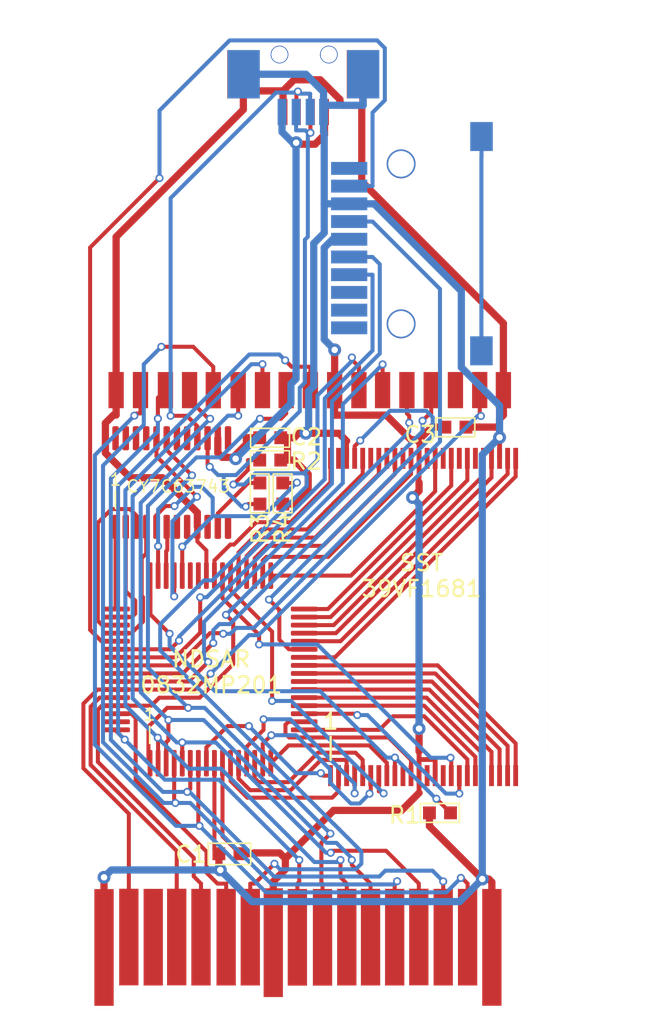
<source format=kicad_pcb>
(kicad_pcb (version 20211014) (generator pcbnew)
  (layers (0 "F.Cu" signal) (31 "B.Cu" signal) (34 "B.Paste" user) (35 "F.Paste" user) (36 "B.SilkS" user "B.Silkscreen") (37 "F.SilkS" user "F.Silkscreen") (38 "B.Mask" user) (39 "F.Mask" user) (44 "Edge.Cuts" user))
  (net 0 "")
  (net 1 "/A16")
  (net 2 "/A15")
  (net 3 "/A14")
  (net 4 "/A13")
  (net 5 "/A12")
  (net 6 "/A11")
  (net 7 "/A10")
  (net 8 "/A9")
  (net 9 "/A20")
  (net 11 "/SST.WE")
  (net 12 "/VCC")
  (net 15 "/A19")
  (net 16 "/A18")
  (net 17 "/A8")
  (net 18 "/A7")
  (net 19 "/A6")
  (net 20 "/A5")
  (net 21 "/A4")
  (net 22 "/A3")
  (net 23 "/A2")
  (net 24 "/A1")
  (net 25 "/SST.CE")
  (net 26 "/GND")
  (net 27 "/SST.OE")
  (net 28 "/DQ0")
  (net 30 "/DQ1")
  (net 32 "/DQ2")
  (net 34 "/DQ3")
  (net 36 "/DQ4")
  (net 38 "/DQ5")
  (net 40 "/DQ6")
  (net 42 "/DQ7")
  (net 43 "/A0")
  (net 45 "/A17")
  (net 46 "/USB.D+")
  (net 47 "/USB.D-")
  (net 48 "/USB.VCC")
  (net 50 "/Pin.53")
  (net 51 "/Pin.56")
  (net 52 "/Pin.54")
  (net 53 "/Pin.55")
  (net 57 "unconnected-(J3-Pad11)")
  (net 58 "/IRQ")
  (net 59 "/VREG")
  (net 60 "/P1-0")
  (net 61 "/D7")
  (net 62 "/D6")
  (net 63 "/D5")
  (net 64 "/D4")
  (net 65 "/D3")
  (net 66 "/D2")
  (net 67 "/D1")
  (net 68 "/D0")
  (net 69 "/Sys.CS2")
  (net 70 "/Reset")
  (net 71 "/Sys.CS1")
  (net 73 "/CLK")
  (net 75 "/Cart.CS1")
  (net 76 "/Cart.CS2")
  (net 77 "/P0-0")
  (net 78 "/P0-1")
  (net 79 "/P0-2")
  (net 80 "/P0-3")
  (net 81 "/P1-2")
  (net 89 "/P1-3")
  (net 90 "/P1-1")
  (footprint "DSi Action Replay:64 pin FPGA DS AR" (layer "F.Cu") (at 145.155 109.829)
    (fp_text reference "U3" hide)
    (fp_text value "NDSAR_0832MP201")
  )
  (footprint "DSi Action Replay:Micro SD Card" (layer "F.Cu") (at 161.996 82.74)
    (fp_text reference "J3" hide)
    (fp_text value "Micro_SD_Card_Det")
  )
  (footprint "DSi Action Replay:Little SMD" (layer "F.Cu") (at 146.336 121.307)
    (fp_text reference "C1")
    (fp_text value "100 nF")
  )
  (footprint "DSi Action Replay:CY7C63743 24 lead quarter size" (layer "F.Cu") (at 142.76 97.829)
    (fp_text reference "U4" hide)
    (fp_text value "CY7C63743 - NDS L05")
  )
  (footprint "DSi Action Replay:Little SMD" (layer "F.Cu") (at 148.87 96.864)
    (fp_text reference "R2")
    (fp_text value "103")
  )
  (footprint "DSi Action Replay:Little SMD" (layer "F.Cu") (at 148.87 95.478)
    (fp_text reference "C2")
    (fp_text value "100 nF")
  )
  (footprint "MountingHole:MountingHole_2.1mm" (layer "F.Cu") (at 166.44 86.252)
    (fp_text reference "H2" hide)
    (fp_text value "MountingHole_2.1mm")
  )
  (footprint "DSi Action Replay:Little SMD" (layer "F.Cu") (at 148.264 98.91 90)
    (fp_text reference "R3")
    (fp_text value "152")
  )
  (footprint "MountingHole:MountingHole_2.1mm" (layer "F.Cu") (at 135.356 86.21)
    (fp_text reference "H1" hide)
    (fp_text value "MountingHole_2.1mm")
  )
  (footprint "DSi Action Replay:Little SMD" (layer "F.Cu") (at 160.371 94.819)
    (fp_text reference "C3")
    (fp_text value "100 nF")
  )
  (footprint "DSi Action Replay:Little SMD" (layer "F.Cu") (at 149.687 98.91 90)
    (fp_text reference "R4")
    (fp_text value "103")
  )
  (footprint "DSi Action Replay:DS Slot" (layer "F.Cu") (at 151.34 92.469)
    (fp_text reference "U5" hide)
    (fp_text value "NDS_Cart_Slot")
  )
  (footprint "DSi Action Replay:Little SMD" (layer "F.Cu") (at 159.411 118.77)
    (fp_text reference "R1")
    (fp_text value "103")
  )
  (footprint "DSi Action Replay:USB Adapter" (layer "F.Cu") (at 150.932 73.711)
    (fp_text reference "J1" hide)
    (fp_text value "USB Port")
  )
  (footprint "DSi Action Replay:Edge Connector" (layer "F.Cu") (at 150.5809 126.3979)
    (fp_text reference "U1" hide)
    (fp_text value "NDS_Cart_Edge")
  )
  (footprint "GBA:SOP50P2000X120-48N" (layer "F.Cu") (at 158.364 106.572 90)
    (fp_text reference "U2" hide)
    (fp_text value "SST_39VF1681" hide)
  )
  (footprint "DSi Action Replay:USB Adapter" (layer "B.Cu") (at 150.913 73.7092 180)
    (fp_text reference "J2" hide)
    (fp_text value "USB Port")
  )
  (gr_rect (start 147.652 96.031) (end 150.066 94.861) (layer "F.SilkS") (width 0.1) (fill none))
  (gr_rect (start 158.203 119.326) (end 160.617 118.156) (layer "F.SilkS") (width 0.1) (fill none))
  (gr_rect (start 159.164 95.386) (end 161.578 94.216) (layer "F.SilkS") (width 0.1) (fill none))
  (gr_rect (start 149.054 97.694) (end 150.224 100.108) (layer "F.SilkS") (width 0.1) (fill none))
  (gr_rect (start 145.017 121.949) (end 147.653 120.619) (layer "F.SilkS") (width 0.1) (fill none))
  (gr_rect (start 147.647 97.421) (end 150.061 96.251) (layer "F.SilkS") (width 0.1) (fill none))
  (gr_rect (start 147.632 97.691) (end 148.802 100.105) (layer "F.SilkS") (width 0.1) (fill none))
  (gr_line (start 164.6872 117.5143) (end 164.038348 117.5143) (layer "Edge.Cuts") (width 0.002))
  (gr_line (start 132.0872 92.1643) (end 132.0872 68.9143) (layer "Edge.Cuts") (width 0.002))
  (gr_line (start 164.7122 120.096789) (end 164.7122 130.9143) (layer "Edge.Cuts") (width 0.002))
  (gr_line (start 164.7122 130.9143) (end 137.0622 130.9143) (layer "Edge.Cuts") (width 0.002))
  (gr_line (start 135.6872 94.2143) (end 135.6872 117.5143) (layer "Edge.Cuts") (width 0.002))
  (gr_line (start 169.6872 92.1643) (end 166.0872 94.2143) (layer "Edge.Cuts") (width 0.002))
  (gr_line (start 135.6872 94.2143) (end 132.0872 92.1643) (layer "Edge.Cuts") (width 0.002))
  (gr_arc (start 137.7369 117.5143) (mid 139.062762 118.761011) (end 137.7829 120.0549) (layer "Edge.Cuts") (width 0.002))
  (gr_line (start 169.6872 68.9143) (end 169.6872 92.1643) (layer "Edge.Cuts") (width 0.002))
  (gr_line (start 137.7829 120.0549) (end 137.0622 120.0549) (layer "Edge.Cuts") (width 0.002))
  (gr_line (start 166.0872 94.2143) (end 166.0872 114.9643) (layer "Edge.Cuts") (width 0.002))
  (gr_line (start 137.7369 117.5143) (end 135.6872 117.5143) (layer "Edge.Cuts") (width 0.002))
  (gr_line (start 132.0872 68.9143) (end 169.6872 68.9143) (layer "Edge.Cuts") (width 0.002))
  (gr_line (start 164.6872 114.9643) (end 164.6872 117.5143) (layer "Edge.Cuts") (width 0.002))
  (gr_arc (start 163.992348 120.096789) (mid 162.691005 118.781955) (end 164.038348 117.5143) (layer "Edge.Cuts") (width 0.002))
  (gr_line (start 166.0872 114.9643) (end 164.6872 114.9643) (layer "Edge.Cuts") (width 0.002))
  (gr_line (start 137.0622 120.0549) (end 137.0622 130.9143) (layer "Edge.Cuts") (width 0.002))
  (gr_line (start 164.7122 120.096789) (end 163.992348 120.096789) (layer "Edge.Cuts") (width 0.002))
  (gr_text "1\n|" (at 141.382 113.226) (layer "F.SilkS") (effects (font (size 0.75 0.75) (thickness 0.1))))
  (gr_text "NDSAR\n0832MP201" (at 145.205 109.995) (layer "F.SilkS") (effects (font (size 1 1))))
  (gr_text "1\n|" (at 152.622 113.858) (layer "F.SilkS") (effects (font (size 1 1))))
  (gr_text "SST\n39VF1681" (at 158.267 104.017) (layer "F.SilkS") (effects (font (size 1 1))))
  (gr_text "1\n|" (at 139.258 98.642) (layer "F.SilkS") (effects (font (size 0.75 0.75) (thickness 0.1))))
  (gr_text "CY7C63743" (at 143.159 98.463) (layer "F.SilkS") (effects (font (size 0.75 0.75) (thickness 0.1))))
  (segment (start 144.905 115.654) (end 144.905 114.6633) (width 0.25) (layer "F.Cu") (net 1))
  (segment (start 146.2228 113.3455) (end 147.5467 113.3455) (width 0.25) (layer "F.Cu") (net 1))
  (segment (start 144.905 114.6633) (end 146.2228 113.3455) (width 0.25) (layer "F.Cu") (net 1))
  (segment (start 152.614 116.422) (end 152.1631 116.422) (width 0.25) (layer "F.Cu") (net 1))
  (segment (start 152.1631 116.422) (end 152.0107 116.2696) (width 0.25) (layer "F.Cu") (net 1))
  (via (at 147.5467 113.3455) (size 0.5) (drill 0.3) (layers "F.Cu" "B.Cu") (net 1))
  (via (at 152.0107 116.2696) (size 0.5) (drill 0.3) (layers "F.Cu" "B.Cu") (net 1))
  (segment (start 150.4708 116.2696) (end 147.5467 113.3455) (width 0.25) (layer "B.Cu") (net 1))
  (segment (start 152.0107 116.2696) (end 150.4708 116.2696) (width 0.25) (layer "B.Cu") (net 1))
  (segment (start 153.114 116.422) (end 153.114 117.3971) (width 0.25) (layer "F.Cu") (net 2))
  (segment (start 146.405 116.7508) (end 147.4451 117.7909) (width 0.25) (layer "F.Cu") (net 2))
  (segment (start 152.7202 117.7909) (end 153.114 117.3971) (width 0.25) (layer "F.Cu") (net 2))
  (segment (start 147.4451 117.7909) (end 152.7202 117.7909) (width 0.25) (layer "F.Cu") (net 2))
  (segment (start 146.405 115.654) (end 146.405 116.7508) (width 0.25) (layer "F.Cu") (net 2))
  (segment (start 150.1411 117.326) (end 147.6203 117.326) (width 0.25) (layer "F.Cu") (net 3))
  (segment (start 146.905 116.6107) (end 146.905 115.654) (width 0.25) (layer "F.Cu") (net 3))
  (segment (start 152.0202 115.4469) (end 150.1411 117.326) (width 0.25) (layer "F.Cu") (net 3))
  (segment (start 153.614 116.422) (end 153.614 115.4469) (width 0.25) (layer "F.Cu") (net 3))
  (segment (start 153.614 115.4469) (end 152.0202 115.4469) (width 0.25) (layer "F.Cu") (net 3))
  (segment (start 147.6203 117.326) (end 146.905 116.6107) (width 0.25) (layer "F.Cu") (net 3))
  (segment (start 147.405 114.6322) (end 148.4555 113.5817) (width 0.25) (layer "F.Cu") (net 4))
  (segment (start 148.4555 113.5817) (end 148.4555 112.9249) (width 0.25) (layer "F.Cu") (net 4))
  (segment (start 147.405 115.654) (end 147.405 114.6322) (width 0.25) (layer "F.Cu") (net 4))
  (segment (start 154.114 116.422) (end 154.114 117.5238) (width 0.25) (layer "F.Cu") (net 4))
  (via (at 154.114 117.5238) (size 0.5) (drill 0.3) (layers "F.Cu" "B.Cu") (net 4))
  (via (at 148.4555 112.9249) (size 0.5) (drill 0.3) (layers "F.Cu" "B.Cu") (net 4))
  (segment (start 154.114 116.9229) (end 154.114 117.5238) (width 0.25) (layer "B.Cu") (net 4))
  (segment (start 150.116 112.9249) (end 154.114 116.9229) (width 0.25) (layer "B.Cu") (net 4))
  (segment (start 148.4555 112.9249) (end 150.116 112.9249) (width 0.25) (layer "B.Cu") (net 4))
  (segment (start 147.905 116.5793) (end 147.905 115.654) (width 0.25) (layer "F.Cu") (net 5))
  (segment (start 154.1639 114.9968) (end 151.8338 114.9968) (width 0.25) (layer "F.Cu") (net 5))
  (segment (start 151.8338 114.9968) (end 150.0018 116.8288) (width 0.25) (layer "F.Cu") (net 5))
  (segment (start 154.614 115.4469) (end 154.1639 114.9968) (width 0.25) (layer "F.Cu") (net 5))
  (segment (start 148.1545 116.8288) (end 147.905 116.5793) (width 0.25) (layer "F.Cu") (net 5))
  (segment (start 154.614 116.422) (end 154.614 115.4469) (width 0.25) (layer "F.Cu") (net 5))
  (segment (start 150.0018 116.8288) (end 148.1545 116.8288) (width 0.25) (layer "F.Cu") (net 5))
  (segment (start 148.405 114.4458) (end 148.9375 113.9133) (width 0.25) (layer "F.Cu") (net 6))
  (segment (start 155.114 117.4664) (end 155.0388 117.5416) (width 0.25) (layer "F.Cu") (net 6))
  (segment (start 155.114 116.422) (end 155.114 117.3971) (width 0.25) (layer "F.Cu") (net 6))
  (segment (start 148.405 115.654) (end 148.405 114.4458) (width 0.25) (layer "F.Cu") (net 6))
  (segment (start 155.114 117.3971) (end 155.114 117.4664) (width 0.25) (layer "F.Cu") (net 6))
  (via (at 155.0388 117.5416) (size 0.5) (drill 0.3) (layers "F.Cu" "B.Cu") (net 6))
  (via (at 148.9375 113.9133) (size 0.5) (drill 0.3) (layers "F.Cu" "B.Cu") (net 6))
  (segment (start 152.5858 116.0313) (end 150.4678 113.9133) (width 0.25) (layer "B.Cu") (net 6))
  (segment (start 150.4678 113.9133) (end 148.9375 113.9133) (width 0.25) (layer "B.Cu") (net 6))
  (segment (start 153.8779 118.1524) (end 152.5858 116.8603) (width 0.25) (layer "B.Cu") (net 6))
  (segment (start 154.428 118.1524) (end 153.8779 118.1524) (width 0.25) (layer "B.Cu") (net 6))
  (segment (start 155.0388 117.5416) (end 154.428 118.1524) (width 0.25) (layer "B.Cu") (net 6))
  (segment (start 152.5858 116.8603) (end 152.5858 116.0313) (width 0.25) (layer "B.Cu") (net 6))
  (segment (start 148.9859 111.7869) (end 148.9859 107.4828) (width 0.25) (layer "F.Cu") (net 7))
  (segment (start 148.9859 107.4828) (end 146.405 104.9019) (width 0.25) (layer "F.Cu") (net 7))
  (segment (start 146.405 104.9019) (end 146.405 104.004) (width 0.25) (layer "F.Cu") (net 7))
  (segment (start 155.614 117.3971) (end 155.7839 117.3971) (width 0.25) (layer "F.Cu") (net 7))
  (segment (start 155.614 116.422) (end 155.614 117.3971) (width 0.25) (layer "F.Cu") (net 7))
  (segment (start 155.7839 117.3971) (end 155.9112 117.5244) (width 0.25) (layer "F.Cu") (net 7))
  (via (at 148.9859 111.7869) (size 0.5) (drill 0.3) (layers "F.Cu" "B.Cu") (net 7))
  (via (at 155.9112 117.5244) (size 0.5) (drill 0.3) (layers "F.Cu" "B.Cu") (net 7))
  (segment (start 150.1737 111.7869) (end 155.9112 117.5244) (width 0.25) (layer "B.Cu") (net 7))
  (segment (start 148.9859 111.7869) (end 150.1737 111.7869) (width 0.25) (layer "B.Cu") (net 7))
  (segment (start 156.114 115.6345) (end 155.0262 114.5467) (width 0.25) (layer "F.Cu") (net 8))
  (segment (start 155.0262 114.5467) (end 150.0123 114.5467) (width 0.25) (layer "F.Cu") (net 8))
  (segment (start 156.114 116.422) (end 156.114 115.6345) (width 0.25) (layer "F.Cu") (net 8))
  (segment (start 150.0123 114.5467) (end 148.905 115.654) (width 0.25) (layer "F.Cu") (net 8))
  (segment (start 159.1923 117.8593) (end 160.068 118.735) (width 0.25) (layer "F.Cu") (net 9))
  (segment (start 141.405 104.004) (end 141.4295 104.0285) (width 0.25) (layer "F.Cu") (net 9))
  (segment (start 141.4295 104.0285) (end 141.4295 106.4203) (width 0.25) (layer "F.Cu") (net 9))
  (segment (start 156.614 116.422) (end 156.614 115.4469) (width 0.25) (layer "F.Cu") (net 9))
  (segment (start 141.4295 106.4203) (end 142.6209 107.6117) (width 0.25) (layer "F.Cu") (net 9))
  (segment (start 156.614 115.4469) (end 156.614 115.304) (width 0.25) (layer "F.Cu") (net 9))
  (via (at 156.614 115.304) (size 0.5) (drill 0.3) (layers "F.Cu" "B.Cu") (net 9))
  (via (at 159.1923 117.8593) (size 0.5) (drill 0.3) (layers "F.Cu" "B.Cu") (net 9))
  (via (at 142.6209 107.6117) (size 0.5) (drill 0.3) (layers "F.Cu" "B.Cu") (net 9))
  (segment (start 159.1923 117.8593) (end 159.1693 117.8593) (width 0.25) (layer "B.Cu") (net 9))
  (segment (start 156.0902 115.304) (end 156.614 115.304) (width 0.25) (layer "B.Cu") (net 9))
  (segment (start 142.6209 108.3582) (end 145.4442 111.1815) (width 0.25) (layer "B.Cu") (net 9))
  (segment (start 145.4442 111.1815) (end 151.9677 111.1815) (width 0.25) (layer "B.Cu") (net 9))
  (segment (start 151.9677 111.1815) (end 156.0902 115.304) (width 0.25) (layer "B.Cu") (net 9))
  (segment (start 142.6209 107.6117) (end 142.6209 108.3582) (width 0.25) (layer "B.Cu") (net 9))
  (segment (start 159.1693 117.8593) (end 156.614 115.304) (width 0.25) (layer "B.Cu") (net 9))
  (segment (start 149.816 113.2634) (end 150.0004 113.079) (width 0.25) (layer "F.Cu") (net 11))
  (segment (start 157.614 116.422) (end 157.614 115.4469) (width 0.25) (layer "F.Cu") (net 11))
  (segment (start 150.0501 114.0545) (end 149.816 113.8204) (width 0.25) (layer "F.Cu") (net 11))
  (segment (start 150.0004 113.079) (end 150.98 113.079) (width 0.25) (layer "F.Cu") (net 11))
  (segment (start 156.2216 114.0545) (end 150.0501 114.0545) (width 0.25) (layer "F.Cu") (net 11))
  (segment (start 157.614 115.4469) (end 156.2216 114.0545) (width 0.25) (layer "F.Cu") (net 11))
  (segment (start 149.816 113.8204) (end 149.816 113.2634) (width 0.25) (layer "F.Cu") (net 11))
  (segment (start 159.114 116.422) (end 159.114 115.422) (width 0.2998) (layer "F.Cu") (net 12))
  (segment (start 158.114 117.4973) (end 157.0296 118.5817) (width 0.45) (layer "F.Cu") (net 12))
  (segment (start 147.8703 121.2198) (end 147.8181 121.272) (width 0.45) (layer "F.Cu") (net 12))
  (segment (start 145.905 120.184) (end 146.993 121.272) (width 0.25) (layer "F.Cu") (net 12))
  (segment (start 158.114 114.9198) (end 158.114 115.422) (width 0.2998) (layer "F.Cu") (net 12))
  (segment (start 157.0296 118.5817) (end 152.8 118.5817) (width 0.45) (layer "F.Cu") (net 12))
  (segment (start 159.719 94.785) (end 158.8939 94.785) (width 0.45) (layer "F.Cu") (net 12))
  (segment (start 158.114 114.9198) (end 158.114 113.5048) (width 0.45) (layer "F.Cu") (net 12))
  (segment (start 158.114 115.422) (end 158.114 116.422) (width 0.2998) (layer "F.Cu") (net 12))
  (segment (start 149.8086 121.5731) (end 149.8086 122.2451) (width 0.45) (layer "F.Cu") (net 12))
  (segment (start 158.8939 94.785) (end 158.114 95.5649) (width 0.45) (layer "F.Cu") (net 12))
  (segment (start 149.8086 121.5731) (end 149.4553 121.2198) (width 0.45) (layer "F.Cu") (net 12))
  (segment (start 158.114 95.5649) (end 158.114 95.722) (width 0.45) (layer "F.Cu") (net 12))
  (segment (start 158.114 98.2242) (end 158.114 98.7485) (width 0.45) (layer "F.Cu") (net 12))
  (segment (start 156.0757 94.0421) (end 157.5985 95.5649) (width 0.45) (layer "F.Cu") (net 12))
  (segment (start 158.114 96.722) (end 158.114 95.722) (width 0.2998) (layer "F.Cu") (net 12))
  (segment (start 152.872 92.492) (end 152.872 94.0421) (width 0.45) (layer "F.Cu") (net 12))
  (segment (start 158.114 98.7485) (end 157.7087 99.1538) (width 0.45) (layer "F.Cu") (net 12))
  (segment (start 152.8 118.5817) (end 149.8086 121.5731) (width 0.45) (layer "F.Cu") (net 12))
  (segment (start 152.872 92.492) (end 152.872 89.9887) (width 0.45) (layer "F.Cu") (net 12))
  (segment (start 152.872 94.0421) (end 156.0757 94.0421) (width 0.45) (layer "F.Cu") (net 12))
  (segment (start 158.114 98.2242) (end 158.114 96.722) (width 0.2998) (layer "F.Cu") (net 12))
  (segment (start 146.993 121.272) (end 147.8181 121.272) (width 0.45) (layer "F.Cu") (net 12))
  (segment (start 158.114 115.422) (end 159.114 115.422) (width 0.2998) (layer "F.Cu") (net 12))
  (segment (start 157.5985 95.5649) (end 158.114 95.5649) (width 0.45) (layer "F.Cu") (net 12))
  (segment (start 149.0589 126.7949) (end 149.0589 122.9948) (width 0.45) (layer "F.Cu") (net 12))
  (segment (start 149.4553 121.2198) (end 147.8703 121.2198) (width 0.45) (layer "F.Cu") (net 12))
  (segment (start 145.905 115.654) (end 145.905 120.184) (width 0.25) (layer "F.Cu") (net 12))
  (segment (start 158.114 117.4973) (end 158.114 116.422) (width 0.2998) (layer "F.Cu") (net 12))
  (segment (start 149.8086 122.2451) (end 149.0589 122.9948) (width 0.45) (layer "F.Cu") (net 12))
  (via (at 157.7087 99.1538) (size 0.8) (drill 0.4) (layers "F.Cu" "B.Cu") (net 12))
  (via (at 152.872 89.9887) (size 0.8) (drill 0.4) (layers "F.Cu" "B.Cu") (net 12))
  (via (at 158.114 113.5048) (size 0.8) (drill 0.4) (layers "F.Cu" "B.Cu") (net 12))
  (segment (start 152.2239 89.3406) (end 152.872 89.9887) (width 0.45) (layer "B.Cu") (net 12))
  (segment (start 158.114 99.5591) (end 158.114 113.5048) (width 0.45) (layer "B.Cu") (net 12))
  (segment (start 157.7087 99.1538) (end 158.114 99.5591) (width 0.45) (layer "B.Cu") (net 12))
  (segment (start 152.2239 83.6449) (end 152.2239 89.3406) (width 0.45) (layer "B.Cu") (net 12))
  (segment (start 153.774 83.121) (end 152.7478 83.121) (width 0.45) (layer "B.Cu") (net 12))
  (segment (start 152.7478 83.121) (end 152.2239 83.6449) (width 0.45) (layer "B.Cu") (net 12))
  (segment (start 148.1786 107.6817) (end 145.905 105.4081) (width 0.25) (layer "F.Cu") (net 15))
  (segment (start 148.1786 108.2761) (end 148.1786 107.6817) (width 0.25) (layer "F.Cu") (net 15))
  (segment (start 160.114 116.422) (end 160.114 115.4469) (width 0.25) (layer "F.Cu") (net 15))
  (segment (start 145.905 105.4081) (end 145.905 104.004) (width 0.25) (layer "F.Cu") (net 15))
  (segment (start 160.114 115.4469) (end 160.114 115.3596) (width 0.25) (layer "F.Cu") (net 15))
  (segment (start 160.114 115.3596) (end 160.0663 115.3119) (width 0.25) (layer "F.Cu") (net 15))
  (via (at 148.1786 108.2761) (size 0.5) (drill 0.3) (layers "F.Cu" "B.Cu") (net 15))
  (via (at 160.0663 115.3119) (size 0.5) (drill 0.3) (layers "F.Cu" "B.Cu") (net 15))
  (segment (start 148.1786 108.2761) (end 151.8007 108.2761) (width 0.25) (layer "B.Cu") (net 15))
  (segment (start 151.8007 108.2761) (end 158.8365 115.3119) (width 0.25) (layer "B.Cu") (net 15))
  (segment (start 158.8365 115.3119) (end 160.0663 115.3119) (width 0.25) (layer "B.Cu") (net 15))
  (segment (start 160.614 116.422) (end 160.614 117.5379) (width 0.25) (layer "F.Cu") (net 16))
  (segment (start 154.1924 112.579) (end 154.2756 112.6622) (width 0.25) (layer "F.Cu") (net 16))
  (segment (start 150.98 112.579) (end 154.1924 112.579) (width 0.25) (layer "F.Cu") (net 16))
  (via (at 154.2756 112.6622) (size 0.5) (drill 0.3) (layers "F.Cu" "B.Cu") (net 16))
  (via (at 160.614 117.5379) (size 0.5) (drill 0.3) (layers "F.Cu" "B.Cu") (net 16))
  (segment (start 159.782 117.5379) (end 154.9063 112.6622) (width 0.25) (layer "B.Cu") (net 16))
  (segment (start 154.9063 112.6622) (end 154.2756 112.6622) (width 0.25) (layer "B.Cu") (net 16))
  (segment (start 160.614 117.5379) (end 159.782 117.5379) (width 0.25) (layer "B.Cu") (net 16))
  (segment (start 155.6529 113.579) (end 156.4941 112.7378) (width 0.25) (layer "F.Cu") (net 17))
  (segment (start 161.114 115.4101) (end 161.114 116.422) (width 0.25) (layer "F.Cu") (net 17))
  (segment (start 156.4941 112.7378) (end 158.4417 112.7378) (width 0.25) (layer "F.Cu") (net 17))
  (segment (start 158.4417 112.7378) (end 161.114 115.4101) (width 0.25) (layer "F.Cu") (net 17))
  (segment (start 150.98 113.579) (end 155.6529 113.579) (width 0.25) (layer "F.Cu") (net 17))
  (segment (start 150.98 112.079) (end 158.4319 112.079) (width 0.25) (layer "F.Cu") (net 18))
  (segment (start 161.614 115.2611) (end 161.614 115.4469) (width 0.25) (layer "F.Cu") (net 18))
  (segment (start 158.4319 112.079) (end 161.614 115.2611) (width 0.25) (layer "F.Cu") (net 18))
  (segment (start 161.614 116.422) (end 161.614 115.4469) (width 0.25) (layer "F.Cu") (net 18))
  (segment (start 150.98 111.579) (end 158.5762 111.579) (width 0.25) (layer "F.Cu") (net 19))
  (segment (start 158.5762 111.579) (end 162.114 115.1168) (width 0.25) (layer "F.Cu") (net 19))
  (segment (start 162.114 115.1168) (end 162.114 116.422) (width 0.25) (layer "F.Cu") (net 19))
  (segment (start 162.614 116.422) (end 162.614 115.4469) (width 0.25) (layer "F.Cu") (net 20))
  (segment (start 150.98 111.079) (end 158.7453 111.079) (width 0.25) (layer "F.Cu") (net 20))
  (segment (start 158.7453 111.079) (end 162.614 114.9477) (width 0.25) (layer "F.Cu") (net 20))
  (segment (start 162.614 114.9477) (end 162.614 115.4469) (width 0.25) (layer "F.Cu") (net 20))
  (segment (start 158.9147 110.579) (end 163.114 114.7783) (width 0.25) (layer "F.Cu") (net 21))
  (segment (start 150.98 110.579) (end 158.9147 110.579) (width 0.25) (layer "F.Cu") (net 21))
  (segment (start 163.114 114.7783) (end 163.114 116.422) (width 0.25) (layer "F.Cu") (net 21))
  (segment (start 163.614 114.5729) (end 163.614 116.422) (width 0.25) (layer "F.Cu") (net 22))
  (segment (start 159.1201 110.079) (end 163.614 114.5729) (width 0.25) (layer "F.Cu") (net 22))
  (segment (start 150.98 110.079) (end 159.1201 110.079) (width 0.25) (layer "F.Cu") (net 22))
  (segment (start 159.2728 109.579) (end 164.114 114.4202) (width 0.25) (layer "F.Cu") (net 23))
  (segment (start 150.98 109.579) (end 159.2728 109.579) (width 0.25) (layer "F.Cu") (net 23))
  (segment (start 164.114 114.4202) (end 164.114 116.422) (width 0.25) (layer "F.Cu") (net 23))
  (segment (start 164.114 97.8532) (end 164.114 96.722) (width 0.25) (layer "F.Cu") (net 24))
  (segment (start 150.98 109.079) (end 152.8882 109.079) (width 0.25) (layer "F.Cu") (net 24))
  (segment (start 152.8882 109.079) (end 164.114 97.8532) (width 0.25) (layer "F.Cu") (net 24))
  (segment (start 153.2321 108.079) (end 163.614 97.6971) (width 0.25) (layer "F.Cu") (net 25))
  (segment (start 163.614 96.722) (end 163.614 97.6971) (width 0.25) (layer "F.Cu") (net 25))
  (segment (start 150.98 108.079) (end 153.2321 108.079) (width 0.25) (layer "F.Cu") (net 25))
  (segment (start 144.344 101.691) (end 144.344 101.882) (width 0.25) (layer "F.Cu") (net 26))
  (segment (start 149.663 73.9099) (end 147.2 73.9099) (width 0.45) (layer "F.Cu") (net 26))
  (segment (start 163.114 94.784) (end 163.114 94.2771) (width 0.45) (layer "F.Cu") (net 26))
  (segment (start 151.2275 98.8126) (end 151.2275 97.7044) (width 0.45) (layer "F.Cu") (net 26))
  (segment (start 150.4781 99.562) (end 151.2275 98.8126) (width 0.45) (layer "F.Cu") (net 26))
  (segment (start 162.0392 122.8413) (end 158.759 119.5611) (width 0.45) (layer "F.Cu") (net 26))
  (segment (start 139.1314 94.0371) (end 139.298 94.0371) (width 0.45) (layer "F.Cu") (net 26))
  (segment (start 158.759 118.736) (end 158.759 119.5611) (width 0.45) (layer "F.Cu") (net 26))
  (segment (start 149.9396 95.443) (end 149.9396 96.829) (width 0.45) (layer "F.Cu") (net 26))
  (segment (start 163.351 93.265) (end 163.351 92.49) (width 0.45) (layer "F.Cu") (net 26))
  (segment (start 145.684 121.273) (end 145.684 122.0981) (width 0.45) (layer "F.Cu") (net 26))
  (segment (start 154.5554 74.8707) (end 154.5554 79.5432) (width 0.45) (layer "F.Cu") (net 26))
  (segment (start 145.684 122.0981) (end 145.7691 122.1832) (width 0.45) (layer "F.Cu") (net 26))
  (segment (start 147.2 75.07) (end 147.2 74.8041) (width 0.45) (layer "F.Cu") (net 26))
  (segment (start 163.351 88.3388) (end 163.351 92.49) (width 0.45) (layer "F.Cu") (net 26))
  (segment (start 162.0392 122.8421) (end 162.0392 122.8413) (width 0.45) (layer "F.Cu") (net 26))
  (segment (start 163.351 93.265) (end 163.351 94.0401) (width 0.45) (layer "F.Cu") (net 26))
  (segment (start 139.298 92.487) (end 139.298 94.0371) (width 0.45) (layer "F.Cu") (net 26))
  (segment (start 153.3794 74.8021) (end 154.624 74.8021) (width 0.45) (layer "F.Cu") (net 26))
  (segment (start 144.905 102.443) (end 144.905 104.004) (width 0.25) (layer "F.Cu") (net 26))
  (segment (start 162.6359 123.0348) (end 162.4432 122.8421) (width 0.45) (layer "F.Cu") (net 26))
  (segment (start 139.298 92.487) (end 139.298 82.972) (width 0.45) (layer "F.Cu") (net 26))
  (segment (start 138.5469 127.0909) (end 138.5469 122.7374) (width 0.45) (layer "F.Cu") (net 26))
  (segment (start 153.614 95.6467) (end 153.1338 95.1665) (width 0.45) (layer "F.Cu") (net 26))
  (segment (start 153.1989 74.6216) (end 153.3794 74.8021) (width 0.45) (layer "F.Cu") (net 26))
  (segment (start 149.663 73.9769) (end 149.663 73.9099) (width 0.45) (layer "F.Cu") (net 26))
  (segment (start 162.6359 127.0849) (end 162.6359 123.0348) (width 0.45) (layer "F.Cu") (net 26))
  (segment (start 151.9786 73.2207) (end 153.1989 74.441) (width 0.45) (layer "F.Cu") (net 26))
  (segment (start 149.663 73.9099) (end 150.3522 73.2207) (width 0.45) (layer "F.Cu") (net 26))
  (segment (start 163.114 95.6467) (end 163.114 96.722) (width 0.2998) (layer "F.Cu") (net 26))
  (segment (start 163.114 94.784) (end 163.114 95.4252) (width 0.45) (layer "F.Cu") (net 26))
  (segment (start 149.9396 96.829) (end 150.3521 96.829) (width 0.45) (layer "F.Cu") (net 26))
  (segment (start 142.1779 97.9285) (end 140.1722 97.9285) (width 0.45) (layer "F.Cu") (net 26))
  (segment (start 150.6286 95.1665) (end 150.3521 95.443) (width 0.45) (layer "F.Cu") (net 26))
  (segment (start 153.614 95.6467) (end 153.614 96.722) (width 0.2998) (layer "F.Cu") (net 26))
  (segment (start 145.405 115.654) (end 145.405 120.994) (width 0.25) (layer "F.Cu") (net 26))
  (segment (start 147.2 73.9099) (end 147.2 74.8041) (width 0.45) (layer "F.Cu") (net 26))
  (segment (start 162.4432 122.8421) (end 162.0392 122.8421) (width 0.45) (layer "F.Cu") (net 26))
  (segment (start 163.114 95.4252) (end 163.114 95.6467) (width 0.45) (layer "F.Cu") (net 26))
  (segment (start 144.344 101.882) (end 144.905 102.443) (width 0.25) (layer "F.Cu") (net 26))
  (segment (start 153.1338 95.1665) (end 151.0792 95.1665) (width 0.45) (layer "F.Cu") (net 26))
  (segment (start 149.527 95.443) (end 149.9396 95.443) (width 0.45) (layer "F.Cu") (net 26))
  (segment (start 161.028 94.784) (end 161.8531 94.784) (width 0.45) (layer "F.Cu") (net 26))
  (segment (start 149.527 96.829) (end 149.9396 96.829) (width 0.45) (layer "F.Cu") (net 26))
  (segment (start 144.344 100.0946) (end 142.1779 97.9285) (width 0.45) (layer "F.Cu") (net 26))
  (segment (start 154.624 72.877) (end 154.624 74.8021) (width 0.45) (layer "F.Cu") (net 26))
  (segment (start 145.405 120.994) (end 145.684 121.273) (width 0.25) (layer "F.Cu") (net 26))
  (segment (start 154.5554 79.5432) (end 163.351 88.3388) (width 0.45) (layer "F.Cu") (net 26))
  (segment (start 149.663 75.217) (end 149.663 73.9769) (width 0.45) (layer "F.Cu") (net 26))
  (segment (start 139.298 82.972) (end 147.2 75.07) (width 0.45) (layer "F.Cu") (net 26))
  (segment (start 149.9396 95.443) (end 150.3521 95.443) (width 0.45) (layer "F.Cu") (net 26))
  (segment (start 154.624 74.8021) (end 154.5554 74.8707) (width 0.45) (layer "F.Cu") (net 26))
  (segment (start 153.1989 74.441) (end 153.1989 74.6216) (width 0.45) (layer "F.Cu") (net 26))
  (segment (start 145.7691 122.1832) (end 145.7691 122.2794) (width 0.45) (layer "F.Cu") (net 26))
  (segment (start 150.3522 73.2207) (end 151.9786 73.2207) (width 0.45) (layer "F.Cu") (net 26))
  (segment (start 144.344 100.976) (end 144.344 100.0946) (width 0.45) (layer "F.Cu") (net 26))
  (segment (start 161.8531 94.784) (end 163.114 94.784) (width 0.45) (layer "F.Cu") (net 26))
  (segment (start 140.1722 97.9285) (end 138.632 96.3883) (width 0.45) (layer "F.Cu") (net 26))
  (segment (start 151.2275 97.7044) (end 150.3521 96.829) (width 0.45) (layer "F.Cu") (net 26))
  (segment (start 147.2 72.879) (end 147.2 73.9099) (width 0.45) (layer "F.Cu") (net 26))
  (segment (start 163.114 94.2771) (end 163.351 94.0401) (width 0.45) (layer "F.Cu") (net 26))
  (segment (start 151.0792 95.1665) (end 150.6286 95.1665) (width 0.45) (layer "F.Cu") (net 26))
  (segment (start 138.632 94.5365) (end 139.1314 94.0371) (width 0.45) (layer "F.Cu") (net 26))
  (segment (start 138.632 96.3883) (end 138.632 94.5365) (width 0.45) (layer "F.Cu") (net 26))
  (segment (start 149.653 99.562) (end 150.4781 99.562) (width 0.45) (layer "F.Cu") (net 26))
  (via (at 145.7691 122.2794) (size 0.8) (drill 0.4) (layers "F.Cu" "B.Cu") (net 26))
  (via (at 162.0392 122.8421) (size 0.8) (drill 0.4) (layers "F.Cu" "B.Cu") (net 26))
  (via (at 138.5469 122.7374) (size 0.8) (drill 0.4) (layers "F.Cu" "B.Cu") (net 26))
  (via (at 151.0792 95.1665) (size 0.8) (drill 0.4) (layers "F.Cu" "B.Cu") (net 26))
  (via (at 163.114 95.4252) (size 0.8) (drill 0.4) (layers "F.Cu" "B.Cu") (net 26))
  (segment (start 152.182 75.2152) (end 152.182 74.5951) (width 0.45) (layer "B.Cu") (net 26))
  (segment (start 152.182 75.2152) (end 152.182 76.4553) (width 0.45) (layer "B.Cu") (net 26))
  (segment (start 162.0392 96.5) (end 163.114 95.4252) (width 0.45) (layer "B.Cu") (net 26))
  (segment (start 152.182 74.5951) (end 152.3892 74.8023) (width 0.45) (layer "B.Cu") (net 26))
  (segment (start 138.5469 122.7374) (end 139.0049 122.2794) (width 0.45) (layer "B.Cu") (net 26))
  (segment (start 155.3241 80.921) (end 160.7391 86.336) (width 0.45) (layer "B.Cu") (net 26))
  (segment (start 151.2543 92.5635) (end 151.2543 94.9914) (width 0.45) (layer "B.Cu") (net 26))
  (segment (start 153.774 80.921) (end 155.3241 80.921) (width 0.45) (layer "B.Cu") (net 26))
  (segment (start 152.999 80.921) (end 153.774 80.921) (width 0.45) (layer "B.Cu") (net 26))
  (segment (start 152.2239 76.4972) (end 152.182 76.4553) (width 0.45) (layer "B.Cu") (net 26))
  (segment (start 151.5738 83.3756) (end 151.5738 92.244) (width 0.45) (layer "B.Cu") (net 26))
  (segment (start 152.999 80.921) (end 152.2239 80.921) (width 0.45) (layer "B.Cu") (net 26))
  (segment (start 152.182 74.5951) (end 152.182 73.9751) (width 0.45) (layer "B.Cu") (net 26))
  (segment (start 147.221 72.8752) (end 151.0821 72.8752) (width 0.45) (layer "B.Cu") (net 26))
  (segment (start 154.645 72.8772) (end 154.645 74.8023) (width 0.45) (layer "B.Cu") (net 26))
  (segment (start 139.0049 122.2794) (end 145.7691 122.2794) (width 0.45) (layer "B.Cu") (net 26))
  (segment (start 162.0392 122.8421) (end 162.0392 96.5) (width 0.45) (layer "B.Cu") (net 26))
  (segment (start 151.0821 72.8752) (end 152.182 73.9751) (width 0.45) (layer "B.Cu") (net 26))
  (segment (start 160.7391 91.0732) (end 163.114 93.4481) (width 0.45) (layer "B.Cu") (net 26))
  (segment (start 151.2543 94.9914) (end 151.0792 95.1665) (width 0.45) (layer "B.Cu") (net 26))
  (segment (start 160.7391 86.336) (end 160.7391 91.0732) (width 0.45) (layer "B.Cu") (net 26))
  (segment (start 152.2239 80.921) (end 152.2239 82.7255) (width 0.45) (layer "B.Cu") (net 26))
  (segment (start 145.7691 122.2794) (end 147.7339 124.2442) (width 0.45) (layer "B.Cu") (net 26))
  (segment (start 152.3892 74.8023) (end 154.645 74.8023) (width 0.45) (layer "B.Cu") (net 26))
  (segment (start 147.7339 124.2442) (end 160.6371 124.2442) (width 0.45) (layer "B.Cu") (net 26))
  (segment (start 151.5738 92.244) (end 151.2543 92.5635) (width 0.45) (layer "B.Cu") (net 26))
  (segment (start 152.2239 82.7255) (end 151.5738 83.3756) (width 0.45) (layer "B.Cu") (net 26))
  (segment (start 160.6371 124.2442) (end 162.0392 122.8421) (width 0.45) (layer "B.Cu") (net 26))
  (segment (start 152.2239 80.921) (end 152.2239 76.4972) (width 0.45) (layer "B.Cu") (net 26))
  (segment (start 163.114 93.4481) (end 163.114 95.4252) (width 0.45) (layer "B.Cu") (net 26))
  (segment (start 162.614 97.9149) (end 162.614 96.722) (width 0.25) (layer "F.Cu") (net 27))
  (segment (start 152.9499 107.579) (end 162.614 97.9149) (width 0.25) (layer "F.Cu") (net 27))
  (segment (start 150.98 107.579) (end 152.9499 107.579) (width 0.25) (layer "F.Cu") (net 27))
  (segment (start 152.81 107.079) (end 162.114 97.775) (width 0.25) (layer "F.Cu") (net 28))
  (segment (start 162.114 97.775) (end 162.114 97.6971) (width 0.25) (layer "F.Cu") (net 28))
  (segment (start 162.114 96.722) (end 162.114 97.6971) (width 0.25) (layer "F.Cu") (net 28))
  (segment (start 150.98 107.079) (end 152.81 107.079) (width 0.25) (layer "F.Cu") (net 28))
  (segment (start 150.98 106.579) (end 152.6175 106.579) (width 0.25) (layer "F.Cu") (net 30))
  (segment (start 161.114 96.722) (end 161.114 97.6971) (width 0.25) (layer "F.Cu") (net 30))
  (segment (start 161.114 98.0825) (end 161.114 97.6971) (width 0.25) (layer "F.Cu") (net 30))
  (segment (start 152.6175 106.579) (end 161.114 98.0825) (width 0.25) (layer "F.Cu") (net 30))
  (segment (start 160.114 98.4149) (end 152.4499 106.079) (width 0.25) (layer "F.Cu") (net 32))
  (segment (start 160.114 96.722) (end 160.114 98.4149) (width 0.25) (layer "F.Cu") (net 32))
  (segment (start 152.4499 106.079) (end 150.98 106.079) (width 0.25) (layer "F.Cu") (net 32))
  (segment (start 159.114 96.722) (end 159.114 98.7742) (width 0.25) (layer "F.Cu") (net 34))
  (segment (start 153.8842 104.004) (end 148.905 104.004) (width 0.25) (layer "F.Cu") (net 34))
  (segment (start 159.114 98.7742) (end 153.8842 104.004) (width 0.25) (layer "F.Cu") (net 34))
  (segment (start 152.4701 102.841) (end 148.6327 102.841) (width 0.25) (layer "F.Cu") (net 36))
  (segment (start 157.614 96.722) (end 157.614 97.6971) (width 0.25) (layer "F.Cu") (net 36))
  (segment (start 148.405 103.0687) (end 148.405 104.004) (width 0.25) (layer "F.Cu") (net 36))
  (segment (start 157.614 97.6971) (end 152.4701 102.841) (width 0.25) (layer "F.Cu") (net 36))
  (segment (start 148.6327 102.841) (end 148.405 103.0687) (width 0.25) (layer "F.Cu") (net 36))
  (segment (start 148.6826 102.1544) (end 147.905 102.932) (width 0.25) (layer "F.Cu") (net 38))
  (segment (start 152.1567 102.1544) (end 148.6826 102.1544) (width 0.25) (layer "F.Cu") (net 38))
  (segment (start 156.614 96.722) (end 156.614 97.6971) (width 0.25) (layer "F.Cu") (net 38))
  (segment (start 147.905 102.932) (end 147.905 104.004) (width 0.25) (layer "F.Cu") (net 38))
  (segment (start 156.614 97.6971) (end 152.1567 102.1544) (width 0.25) (layer "F.Cu") (net 38))
  (segment (start 151.6669 101.6442) (end 148.5438 101.6442) (width 0.25) (layer "F.Cu") (net 40))
  (segment (start 148.5438 101.6442) (end 147.405 102.783) (width 0.25) (layer "F.Cu") (net 40))
  (segment (start 155.614 97.6971) (end 151.6669 101.6442) (width 0.25) (layer "F.Cu") (net 40))
  (segment (start 155.614 96.722) (end 155.614 97.6971) (width 0.25) (layer "F.Cu") (net 40))
  (segment (start 147.405 102.783) (end 147.405 104.004) (width 0.25) (layer "F.Cu") (net 40))
  (segment (start 151.1716 101.1395) (end 148.3303 101.1395) (width 0.25) (layer "F.Cu") (net 42))
  (segment (start 148.3303 101.1395) (end 146.905 102.5648) (width 0.25) (layer "F.Cu") (net 42))
  (segment (start 146.905 102.5648) (end 146.905 104.004) (width 0.25) (layer "F.Cu") (net 42))
  (segment (start 154.614 96.722) (end 154.614 97.6971) (width 0.25) (layer "F.Cu") (net 42))
  (segment (start 154.614 97.6971) (end 151.1716 101.1395) (width 0.25) (layer "F.Cu") (net 42))
  (segment (start 149.4361 106.1346) (end 149.4361 107.9848) (width 0.25) (layer "F.Cu") (net 43))
  (segment (start 154.114 95.9623) (end 154.4599 95.6164) (width 0.25) (layer "F.Cu") (net 43))
  (segment (start 149.4361 107.9848) (end 150.0303 108.579) (width 0.25) (layer "F.Cu") (net 43))
  (segment (start 148.7931 105.4916) (end 149.4361 106.1346) (width 0.25) (layer "F.Cu") (net 43))
  (segment (start 154.114 96.722) (end 154.114 95.9623) (width 0.25) (layer "F.Cu") (net 43))
  (segment (start 150.0303 108.579) (end 150.98 108.579) (width 0.25) (layer "F.Cu") (net 43))
  (via (at 154.4599 95.6164) (size 0.5) (drill 0.3) (layers "F.Cu" "B.Cu") (net 43))
  (via (at 148.7931 105.4916) (size 0.5) (drill 0.3) (layers "F.Cu" "B.Cu") (net 43))
  (segment (start 156.3038 93.7725) (end 154.4599 95.6164) (width 0.25) (layer "B.Cu") (net 43))
  (segment (start 158.5632 93.7725) (end 156.3038 93.7725) (width 0.25) (layer "B.Cu") (net 43))
  (segment (start 158.9597 95.325) (end 158.9597 94.169) (width 0.25) (layer "B.Cu") (net 43))
  (segment (start 148.7931 105.4916) (end 158.9597 95.325) (width 0.25) (layer "B.Cu") (net 43))
  (segment (start 158.9597 94.169) (end 158.5632 93.7725) (width 0.25) (layer "B.Cu") (net 43))
  (segment (start 152.614 98.2178) (end 150.1425 100.6893) (width 0.25) (layer "F.Cu") (net 45))
  (segment (start 146.6203 102.0761) (end 146.3885 102.0761) (width 0.25) (layer "F.Cu") (net 45))
  (segment (start 145.405 103.0596) (end 145.405 104.004) (width 0.25) (layer "F.Cu") (net 45))
  (segment (start 152.614 96.722) (end 152.614 98.2178) (width 0.25) (layer "F.Cu") (net 45))
  (segment (start 148.0071 100.6893) (end 146.6203 102.0761) (width 0.25) (layer "F.Cu") (net 45))
  (segment (start 146.3885 102.0761) (end 145.405 103.0596) (width 0.25) (layer "F.Cu") (net 45))
  (segment (start 150.1425 100.6893) (end 148.0071 100.6893) (width 0.25) (layer "F.Cu") (net 45))
  (segment (start 150.497 75.222) (end 150.497 74.0819) (width 0.25) (layer "F.Cu") (net 46))
  (segment (start 143.6904 94.0808) (end 144.344 94.7344) (width 0.25) (layer "F.Cu") (net 46))
  (segment (start 144.344 94.7344) (end 144.344 95.476) (width 0.25) (layer "F.Cu") (net 46))
  (segment (start 150.497 74.0819) (end 150.589 73.9899) (width 0.25) (layer "F.Cu") (net 46))
  (segment (start 142.6826 94.0808) (end 143.6904 94.0808) (width 0.25) (layer "F.Cu") (net 46))
  (segment (start 150.589 73.9899) (end 150.589 73.9471) (width 0.25) (layer "F.Cu") (net 46))
  (via (at 142.6826 94.0808) (size 0.5) (drill 0.3) (layers "F.Cu" "B.Cu") (net 46))
  (via (at 150.589 73.9471) (size 0.5) (drill 0.3) (layers "F.Cu" "B.Cu") (net 46))
  (segment (start 150.6555 74.0801) (end 150.589 74.0136) (width 0.25) (layer "B.Cu") (net 46))
  (segment (start 150.589 74.0136) (end 150.589 73.9471) (width 0.25) (layer "B.Cu") (net 46))
  (segment (start 142.6826 80.5655) (end 142.6826 94.0808) (width 0.25) (layer "B.Cu") (net 46))
  (segment (start 151.348 74.0801) (end 150.6555 74.0801) (width 0.25) (layer "B.Cu") (net 46))
  (segment (start 149.2345 74.0136) (end 142.6826 80.5655) (width 0.25) (layer "B.Cu") (net 46))
  (segment (start 151.348 75.2202) (end 151.348 74.0801) (width 0.25) (layer "B.Cu") (net 46))
  (segment (start 150.589 74.0136) (end 149.2345 74.0136) (width 0.25) (layer "B.Cu") (net 46))
  (segment (start 151.367 75.222) (end 151.367 76.3621) (width 0.25) (layer "F.Cu") (net 47))
  (segment (start 147.3491 99.7178) (end 147.5049 99.562) (width 0.25) (layer "F.Cu") (net 47))
  (segment (start 148.23 99.562) (end 147.5049 99.562) (width 0.25) (layer "F.Cu") (net 47))
  (segment (start 144.979 97.1138) (end 145.1139 97.2487) (width 0.25) (layer "F.Cu") (net 47))
  (segment (start 144.979 95.476) (end 144.979 97.1138) (width 0.25) (layer "F.Cu") (net 47))
  (segment (start 151.367 76.3621) (end 151.367 76.5067) (width 0.25) (layer "F.Cu") (net 47))
  (via (at 145.1139 97.2487) (size 0.5) (drill 0.3) (layers "F.Cu" "B.Cu") (net 47))
  (via (at 151.367 76.5067) (size 0.5) (drill 0.3) (layers "F.Cu" "B.Cu") (net 47))
  (via (at 147.3491 99.7178) (size 0.5) (drill 0.3) (layers "F.Cu" "B.Cu") (net 47))
  (segment (start 151.0588 76.3603) (end 151.2052 76.5067) (width 0.25) (layer "B.Cu") (net 47))
  (segment (start 145.9814 97.7624) (end 145.6276 97.7624) (width 0.25) (layer "B.Cu") (net 47))
  (segment (start 151.2052 76.5067) (end 151.2052 82.9662) (width 0.25) (layer "B.Cu") (net 47))
  (segment (start 145.9814 97.7624) (end 145.9814 98.6073) (width 0.25) (layer "B.Cu") (net 47))
  (segment (start 151.2052 76.5067) (end 151.367 76.5067) (width 0.25) (layer "B.Cu") (net 47))
  (segment (start 145.6276 97.7624) (end 145.1139 97.2487) (width 0.25) (layer "B.Cu") (net 47))
  (segment (start 147.0919 99.7178) (end 147.3491 99.7178) (width 0.25) (layer "B.Cu") (net 47))
  (segment (start 150.478 75.2202) (end 150.478 76.3603) (width 0.25) (layer "B.Cu") (net 47))
  (segment (start 151.0237 92.0161) (end 150.7042 92.3356) (width 0.25) (layer "B.Cu") (net 47))
  (segment (start 151.0237 83.1477) (end 151.0237 92.0161) (width 0.25) (layer "B.Cu") (net 47))
  (segment (start 151.2052 82.9662) (end 151.0237 83.1477) (width 0.25) (layer "B.Cu") (net 47))
  (segment (start 150.7042 92.3356) (end 150.7042 93.8057) (width 0.25) (layer "B.Cu") (net 47))
  (segment (start 150.7042 93.8057) (end 146.7475 97.7624) (width 0.25) (layer "B.Cu") (net 47))
  (segment (start 150.478 76.3603) (end 151.0588 76.3603) (width 0.25) (layer "B.Cu") (net 47))
  (segment (start 146.7475 97.7624) (end 145.9814 97.7624) (width 0.25) (layer "B.Cu") (net 47))
  (segment (start 145.9814 98.6073) (end 147.0919 99.7178) (width 0.25) (layer "B.Cu") (net 47))
  (segment (start 151.6594 77.2187) (end 152.241 76.6371) (width 0.45) (layer "F.Cu") (net 48))
  (segment (start 145.8859 96.6603) (end 146.5697 96.6603) (width 0.45) (layer "F.Cu") (net 48))
  (segment (start 146.6006 96.6294) (end 147.3929 95.8371) (width 0.45) (layer "F.Cu") (net 48))
  (segment (start 145.614 95.476) (end 145.614 96.3884) (width 0.45) (layer "F.Cu") (net 48))
  (segment (start 150.5711 77.2187) (end 151.6594 77.2187) (width 0.45) (layer "F.Cu") (net 48))
  (segment (start 147.3929 95.8371) (end 147.3929 95.444) (width 0.45) (layer "F.Cu") (net 48))
  (segment (start 152.241 76.6371) (end 152.241 75.221) (width 0.45) (layer "F.Cu") (net 48))
  (segment (start 148.218 95.444) (end 147.3929 95.444) (width 0.45) (layer "F.Cu") (net 48))
  (segment (start 146.5697 96.6603) (end 146.6006 96.6294) (width 0.45) (layer "F.Cu") (net 48))
  (segment (start 145.614 96.3884) (end 145.8859 96.6603) (width 0.45) (layer "F.Cu") (net 48))
  (segment (start 146.6006 96.6294) (end 146.7203 96.7491) (width 0.45) (layer "F.Cu") (net 48))
  (segment (start 150.4801 77.1277) (end 150.5711 77.2187) (width 0.45) (layer "F.Cu") (net 48))
  (via (at 146.7203 96.7491) (size 0.8) (drill 0.4) (layers "F.Cu" "B.Cu") (net 48))
  (via (at 150.4801 77.1277) (size 0.8) (drill 0.4) (layers "F.Cu" "B.Cu") (net 48))
  (segment (start 150.4736 91.7882) (end 150.1541 92.1077) (width 0.45) (layer "B.Cu") (net 48))
  (segment (start 149.604 75.2192) (end 149.604 76.4593) (width 0.45) (layer "B.Cu") (net 48))
  (segment (start 150.3763 77.2315) (end 150.4736 77.3289) (width 0.45) (layer "B.Cu") (net 48))
  (segment (start 150.4736 77.3289) (end 150.4736 91.7882) (width 0.45) (layer "B.Cu") (net 48))
  (segment (start 150.3763 77.2315) (end 150.4801 77.1277) (width 0.45) (layer "B.Cu") (net 48))
  (segment (start 150.1541 93.3153) (end 146.7203 96.7491) (width 0.45) (layer "B.Cu") (net 48))
  (segment (start 149.604 76.4593) (end 150.3763 77.2315) (width 0.45) (layer "B.Cu") (net 48))
  (segment (start 150.1541 92.1077) (end 150.1541 93.3153) (width 0.45) (layer "B.Cu") (net 48))
  (segment (start 137.6822 107.3733) (end 138.3879 108.079) (width 0.25) (layer "F.Cu") (net 50))
  (segment (start 137.6822 83.633) (end 137.6822 107.3733) (width 0.25) (layer "F.Cu") (net 50))
  (segment (start 141.9931 79.3221) (end 137.6822 83.633) (width 0.25) (layer "F.Cu") (net 50))
  (segment (start 138.3879 108.079) (end 139.33 108.079) (width 0.25) (layer "F.Cu") (net 50))
  (via (at 141.9931 79.3221) (size 0.5) (drill 0.3) (layers "F.Cu" "B.Cu") (net 50))
  (segment (start 155.9879 74.494) (end 155.9879 71.2539) (width 0.25) (layer "B.Cu") (net 50))
  (segment (start 155.2241 75.2578) (end 155.9879 74.494) (width 0.25) (layer "B.Cu") (net 50))
  (segment (start 141.9931 75.128) (end 141.9931 79.3221) (width 0.25) (layer "B.Cu") (net 50))
  (segment (start 146.346 70.7751) (end 141.9931 75.128) (width 0.25) (layer "B.Cu") (net 50))
  (segment (start 155.9879 71.2539) (end 155.5091 70.7751) (width 0.25) (layer "B.Cu") (net 50))
  (segment (start 153.774 79.821) (end 155.2241 79.821) (width 0.25) (layer "B.Cu") (net 50))
  (segment (start 155.5091 70.7751) (end 146.346 70.7751) (width 0.25) (layer "B.Cu") (net 50))
  (segment (start 155.2241 79.821) (end 155.2241 75.2578) (width 0.25) (layer "B.Cu") (net 50))
  (segment (start 145.9124 107.5764) (end 145.9497 107.6137) (width 0.25) (layer "F.Cu") (net 51))
  (segment (start 139.33 109.579) (end 143.1266 109.579) (width 0.25) (layer "F.Cu") (net 51))
  (segment (start 145.1292 107.5764) (end 145.9124 107.5764) (width 0.25) (layer "F.Cu") (net 51))
  (segment (start 143.1266 109.579) (end 145.1292 107.5764) (width 0.25) (layer "F.Cu") (net 51))
  (via (at 145.9497 107.6137) (size 0.5) (drill 0.3) (layers "F.Cu" "B.Cu") (net 51))
  (segment (start 145.9497 107.6137) (end 146.3971 107.6137) (width 0.25) (layer "B.Cu") (net 51))
  (segment (start 146.3971 107.6137) (end 146.7599 107.2509) (width 0.25) (layer "B.Cu") (net 51))
  (segment (start 147.8484 107.2509) (end 159.4136 95.6857) (width 0.25) (layer "B.Cu") (net 51))
  (segment (start 146.7599 107.2509) (end 147.8484 107.2509) (width 0.25) (layer "B.Cu") (net 51))
  (segment (start 153.774 82.021) (end 155.2241 82.021) (width 0.25) (layer "B.Cu") (net 51))
  (segment (start 159.4136 95.6857) (end 159.4136 86.2105) (width 0.25) (layer "B.Cu") (net 51))
  (segment (start 159.4136 86.2105) (end 155.2241 82.021) (width 0.25) (layer "B.Cu") (net 51))
  (segment (start 142.6632 108.579) (end 139.33 108.579) (width 0.25) (layer "F.Cu") (net 52))
  (segment (start 143.2056 108.0366) (end 142.6632 108.579) (width 0.25) (layer "F.Cu") (net 52))
  (via (at 143.2056 108.0366) (size 0.5) (drill 0.3) (layers "F.Cu" "B.Cu") (net 52))
  (segment (start 143.2056 107.7899) (end 143.2056 108.0366) (width 0.25) (layer "B.Cu") (net 52))
  (segment (start 152.7046 98.2909) (end 143.2056 107.7899) (width 0.25) (layer "B.Cu") (net 52))
  (segment (start 155.6743 84.6712) (end 155.6743 90.2194) (width 0.25) (layer "B.Cu") (net 52))
  (segment (start 155.2241 84.221) (end 155.6743 84.6712) (width 0.25) (layer "B.Cu") (net 52))
  (segment (start 152.7046 93.1891) (end 152.7046 98.2909) (width 0.25) (layer "B.Cu") (net 52))
  (segment (start 153.774 84.221) (end 155.2241 84.221) (width 0.25) (layer "B.Cu") (net 52))
  (segment (start 155.6743 90.2194) (end 152.7046 93.1891) (width 0.25) (layer "B.Cu") (net 52))
  (segment (start 144.5199 105.3504) (end 144.5199 107.5492) (width 0.25) (layer "F.Cu") (net 53))
  (segment (start 142.9901 109.079) (end 139.33 109.079) (width 0.25) (layer "F.Cu") (net 53))
  (segment (start 144.5199 107.5492) (end 142.9901 109.079) (width 0.25) (layer "F.Cu") (net 53))
  (via (at 144.5199 105.3504) (size 0.5) (drill 0.3) (layers "F.Cu" "B.Cu") (net 53))
  (segment (start 153.774 85.321) (end 155.2241 85.321) (width 0.25) (layer "B.Cu") (net 53))
  (segment (start 152.2545 93.0026) (end 152.2545 98.021) (width 0.25) (layer "B.Cu") (net 53))
  (segment (start 155.2241 85.321) (end 155.2241 90.033) (width 0.25) (layer "B.Cu") (net 53))
  (segment (start 144.9251 105.3504) (end 144.5199 105.3504) (width 0.25) (layer "B.Cu") (net 53))
  (segment (start 155.2241 90.033) (end 152.2545 93.0026) (width 0.25) (layer "B.Cu") (net 53))
  (segment (start 152.2545 98.021) (end 144.9251 105.3504) (width 0.25) (layer "B.Cu") (net 53))
  (segment (start 161.987 77.9741) (end 161.987 90.048) (width 0.25) (layer "B.Cu") (net 57))
  (segment (start 161.993 77.9681) (end 161.987 77.9741) (width 0.25) (layer "B.Cu") (net 57))
  (segment (start 161.993 76.743) (end 161.993 77.9681) (width 0.25) (layer "B.Cu") (net 57))
  (segment (start 153.9431 90.462) (end 153.9431 90.6) (width 0.25) (layer "F.Cu") (net 58))
  (segment (start 147.6319 126.4519) (end 147.6319 123.1268) (width 0.25) (layer "F.Cu") (net 58))
  (segment (start 147.4929 97.4371) (end 146.5829 98.3471) (width 0.25) (layer "F.Cu") (net 58))
  (segment (start 147.4929 96.83) (end 147.4929 97.4371) (width 0.25) (layer "F.Cu") (net 58))
  (segment (start 153.9431 90.6) (end 154.38 91.0369) (width 0.25) (layer "F.Cu") (net 58))
  (segment (start 154.38 92.487) (end 154.38 91.0369) (width 0.25) (layer "F.Cu") (net 58))
  (segment (start 148.218 96.83) (end 147.4929 96.83) (width 0.25) (layer "F.Cu") (net 58))
  (segment (start 147.9016 123.1268) (end 149.1335 121.8949) (width 0.25) (layer "F.Cu") (net 58))
  (segment (start 147.6319 123.1268) (end 147.9016 123.1268) (width 0.25) (layer "F.Cu") (net 58))
  (via (at 149.1335 121.8949) (size 0.5) (drill 0.3) (layers "F.Cu" "B.Cu") (net 58))
  (via (at 146.5829 98.3471) (size 0.5) (drill 0.3) (layers "F.Cu" "B.Cu") (net 58))
  (via (at 153.9431 90.462) (size 0.5) (drill 0.3) (layers "F.Cu" "B.Cu") (net 58))
  (segment (start 150.9717 97.6521) (end 147.9482 97.6521) (width 0.25) (layer "B.Cu") (net 58))
  (segment (start 153.9431 90.6774) (end 151.8044 92.8161) (width 0.25) (layer "B.Cu") (net 58))
  (segment (start 151.8044 96.8194) (end 150.9717 97.6521) (width 0.25) (layer "B.Cu") (net 58))
  (segment (start 151.1401 98.44) (end 145.2801 104.3) (width 0.25) (layer "B.Cu") (net 58))
  (segment (start 142.0362 107.0208) (end 142.0362 108.6486) (width 0.25) (layer "B.Cu") (net 58))
  (segment (start 144.757 104.3) (end 142.0362 107.0208) (width 0.25) (layer "B.Cu") (net 58))
  (segment (start 152.8342 119.4466) (end 152.8431 119.4466) (width 0.25) (layer "B.Cu") (net 58))
  (segment (start 150.9717 97.6521) (end 151.1401 97.8205) (width 0.25) (layer "B.Cu") (net 58))
  (segment (start 147.9482 97.6521) (end 147.2532 98.3471) (width 0.25) (layer "B.Cu") (net 58))
  (segment (start 153.9431 90.462) (end 153.9431 90.6774) (width 0.25) (layer "B.Cu") (net 58))
  (segment (start 154.5331 121.1366) (end 154.5331 121.8842) (width 0.25) (layer "B.Cu") (net 58))
  (segment (start 154.5331 121.8842) (end 154.1799 122.2374) (width 0.25) (layer "B.Cu") (net 58))
  (segment (start 145.2801 104.3) (end 144.757 104.3) (width 0.25) (layer "B.Cu") (net 58))
  (segment (start 147.2532 98.3471) (end 146.5829 98.3471) (width 0.25) (layer "B.Cu") (net 58))
  (segment (start 154.1799 122.2374) (end 149.476 122.2374) (width 0.25) (layer "B.Cu") (net 58))
  (segment (start 151.1401 97.8205) (end 151.1401 98.44) (width 0.25) (layer "B.Cu") (net 58))
  (segment (start 149.476 122.2374) (end 149.1335 121.8949) (width 0.25) (layer "B.Cu") (net 58))
  (segment (start 152.8431 119.4466) (end 154.5331 121.1366) (width 0.25) (layer "B.Cu") (net 58))
  (segment (start 151.8044 92.8161) (end 151.8044 96.8194) (width 0.25) (layer "B.Cu") (net 58))
  (segment (start 142.0362 108.6486) (end 152.8342 119.4466) (width 0.25) (layer "B.Cu") (net 58))
  (segment (start 145.614 100.976) (end 145.614 100.1429) (width 0.25) (layer "F.Cu") (net 59))
  (segment (start 145.614 100.1429) (end 147.5039 98.253) (width 0.25) (layer "F.Cu") (net 59))
  (segment (start 148.229 98.253) (end 147.5039 98.253) (width 0.25) (layer "F.Cu") (net 59))
  (segment (start 149.652 98.253) (end 150.3771 98.253) (width 0.25) (layer "F.Cu") (net 60))
  (segment (start 141.804 100.976) (end 141.804 100.2473) (width 0.25) (layer "F.Cu") (net 60))
  (segment (start 150.4029 98.2272) (end 150.5268 98.2272) (width 0.25) (layer "F.Cu") (net 60))
  (segment (start 141.804 100.2473) (end 142.3668 99.6845) (width 0.25) (layer "F.Cu") (net 60))
  (segment (start 150.3771 98.253) (end 150.4029 98.2272) (width 0.25) (layer "F.Cu") (net 60))
  (segment (start 143.405 104.004) (end 143.405 102.2051) (width 0.25) (layer "F.Cu") (net 60))
  (segment (start 142.3668 99.6845) (end 142.9223 99.6845) (width 0.25) (layer "F.Cu") (net 60))
  (via (at 142.9223 99.6845) (size 0.5) (drill 0.3) (layers "F.Cu" "B.Cu") (net 60))
  (via (at 150.5268 98.2272) (size 0.5) (drill 0.3) (layers "F.Cu" "B.Cu") (net 60))
  (via (at 143.405 102.2051) (size 0.5) (drill 0.3) (layers "F.Cu" "B.Cu") (net 60))
  (segment (start 148.4414 100.3126) (end 150.5268 98.2272) (width 0.25) (layer "B.Cu") (net 60))
  (segment (start 145.2975 100.3126) (end 145.2975 99.1709) (width 0.25) (layer "B.Cu") (net 60))
  (segment (start 145.2975 100.3126) (end 148.4414 100.3126) (width 0.25) (layer "B.Cu") (net 60))
  (segment (start 144.6184 98.4918) (end 144.115 98.4918) (width 0.25) (layer "B.Cu") (net 60))
  (segment (start 145.2975 99.1709) (end 144.6184 98.4918) (width 0.25) (layer "B.Cu") (net 60))
  (segment (start 145.2975 100.3126) (end 143.405 102.2051) (width 0.25) (layer "B.Cu") (net 60))
  (segment (start 144.115 98.4918) (end 142.9223 99.6845) (width 0.25) (layer "B.Cu") (net 60))
  (segment (start 140.812 92.484) (end 140.812 93.9341) (width 0.25) (layer "F.Cu") (net 61))
  (segment (start 144.405 115.654) (end 144.405 119.4719) (width 0.25) (layer "F.Cu") (net 61))
  (segment (start 140.5706 93.9341) (end 140.4315 94.0732) (width 0.25) (layer "F.Cu") (net 61))
  (segment (start 140.812 93.9341) (end 140.5706 93.9341) (width 0.25) (layer "F.Cu") (net 61))
  (segment (start 160.7749 122.7728) (end 160.7092 122.7728) (width 0.25) (layer "F.Cu") (net 61))
  (segment (start 161.1289 126.4519) (end 161.1289 123.1268) (width 0.25) (layer "F.Cu") (net 61))
  (segment (start 144.405 119.4719) (end 144.4735 119.5404) (width 0.25) (layer "F.Cu") (net 61))
  (segment (start 161.1289 123.1268) (end 160.7749 122.7728) (width 0.25) (layer "F.Cu") (net 61))
  (via (at 144.4735 119.5404) (size 0.5) (drill 0.3) (layers "F.Cu" "B.Cu") (net 61))
  (via (at 160.7092 122.7728) (size 0.5) (drill 0.3) (layers "F.Cu" "B.Cu") (net 61))
  (via (at 140.4315 94.0732) (size 0.5) (drill 0.3) (layers "F.Cu" "B.Cu") (net 61))
  (segment (start 137.9825 96.5222) (end 137.9825 114.5064) (width 0.25) (layer "B.Cu") (net 61))
  (segment (start 148.6018 123.6687) (end 144.4735 119.5404) (width 0.25) (layer "B.Cu") (net 61))
  (segment (start 140.4315 94.0732) (end 137.9825 96.5222) (width 0.25) (layer "B.Cu") (net 61))
  (segment (start 143.0165 119.5404) (end 144.4735 119.5404) (width 0.25) (layer "B.Cu") (net 61))
  (segment (start 159.8133 123.6687) (end 148.6018 123.6687) (width 0.25) (layer "B.Cu") (net 61))
  (segment (start 137.9825 114.5064) (end 143.0165 119.5404) (width 0.25) (layer "B.Cu") (net 61))
  (segment (start 160.7092 122.7728) (end 159.8133 123.6687) (width 0.25) (layer "B.Cu") (net 61))
  (segment (start 143.905 115.654) (end 143.905 117.2414) (width 0.25) (layer "F.Cu") (net 62))
  (segment (start 141.8924 92.9586) (end 141.8924 94.2575) (width 0.25) (layer "F.Cu") (net 62))
  (segment (start 159.6139 123.1268) (end 159.6139 122.989) (width 0.25) (layer "F.Cu") (net 62))
  (segment (start 143.905 117.2414) (end 143.7132 117.4332) (width 0.25) (layer "F.Cu") (net 62))
  (segment (start 159.6139 126.4519) (end 159.6139 123.1268) (width 0.25) (layer "F.Cu") (net 62))
  (segment (start 142.359 92.492) (end 141.8924 92.9586) (width 0.25) (layer "F.Cu") (net 62))
  (via (at 143.7132 117.4332) (size 0.5) (drill 0.3) (layers "F.Cu" "B.Cu") (net 62))
  (via (at 141.8924 94.2575) (size 0.5) (drill 0.3) (layers "F.Cu" "B.Cu") (net 62))
  (via (at 159.6139 122.989) (size 0.5) (drill 0.3) (layers "F.Cu" "B.Cu") (net 62))
  (segment (start 143.8586 117.4332) (end 143.7132 117.4332) (width 0.25) (layer "B.Cu") (net 62))
  (segment (start 156.0139 122.3227) (end 155.6491 122.6875) (width 0.25) (layer "B.Cu") (net 62))
  (segment (start 159.6139 122.989) (end 158.9476 122.3227) (width 0.25) (layer "B.Cu") (net 62))
  (segment (start 141.8924 95.0476) (end 141.8924 94.2575) (width 0.25) (layer "B.Cu") (net 62))
  (segment (start 155.6491 122.6875) (end 149.1129 122.6875) (width 0.25) (layer "B.Cu") (net 62))
  (segment (start 143.7132 117.4332) (end 142.204 117.4332) (width 0.25) (layer "B.Cu") (net 62))
  (segment (start 158.9476 122.3227) (end 156.0139 122.3227) (width 0.25) (layer "B.Cu") (net 62))
  (segment (start 138.9694 114.1986) (end 138.9694 97.9706) (width 0.25) (layer "B.Cu") (net 62))
  (segment (start 142.204 117.4332) (end 138.9694 114.1986) (width 0.25) (layer "B.Cu") (net 62))
  (segment (start 149.1129 122.6875) (end 143.8586 117.4332) (width 0.25) (layer "B.Cu") (net 62))
  (segment (start 138.9694 97.9706) (end 141.8924 95.0476) (width 0.25) (layer "B.Cu") (net 62))
  (segment (start 143.861 92.488) (end 143.861 93.089) (width 0.25) (layer "F.Cu") (net 63))
  (segment (start 145.1355 94.2631) (end 145.1355 94.2632) (width 0.25) (layer "F.Cu") (net 63))
  (segment (start 145.0351 94.2631) (end 145.1355 94.2631) (width 0.25) (layer "F.Cu") (net 63))
  (segment (start 158.0989 126.4439) (end 158.0989 123.1188) (width 0.25) (layer "F.Cu") (net 63))
  (segment (start 143.405 115.654) (end 143.405 114.3621) (width 0.25) (layer "F.Cu") (net 63))
  (segment (start 156.0672 121.0871) (end 152.7474 121.0871) (width 0.25) (layer "F.Cu") (net 63))
  (segment (start 152.7474 121.0871) (end 152.6224 121.2121) (width 0.25) (layer "F.Cu") (net 63))
  (segment (start 143.861 93.089) (end 145.0351 94.2631) (width 0.25) (layer "F.Cu") (net 63))
  (segment (start 158.0989 123.1188) (end 156.0672 121.0871) (width 0.25) (layer "F.Cu") (net 63))
  (via (at 145.1355 94.2632) (size 0.5) (drill 0.3) (layers "F.Cu" "B.Cu") (net 63))
  (via (at 152.6224 121.2121) (size 0.5) (drill 0.3) (layers "F.Cu" "B.Cu") (net 63))
  (via (at 143.405 114.3621) (size 0.5) (drill 0.3) (layers "F.Cu" "B.Cu") (net 63))
  (segment (start 152.6224 121.2121) (end 152.338 121.2121) (width 0.25) (layer "B.Cu") (net 63))
  (segment (start 143.0585 114.3621) (end 140.3249 111.6285) (width 0.25) (layer "B.Cu") (net 63))
  (segment (start 145.488 114.3621) (end 143.405 114.3621) (width 0.25) (layer "B.Cu") (net 63))
  (segment (start 152.338 121.2121) (end 145.488 114.3621) (width 0.25) (layer "B.Cu") (net 63))
  (segment (start 143.405 114.3621) (end 143.0585 114.3621) (width 0.25) (layer "B.Cu") (net 63))
  (segment (start 140.3249 111.6285) (end 140.3249 99.0738) (width 0.25) (layer "B.Cu") (net 63))
  (segment (start 140.3249 99.0738) (end 145.1355 94.2632) (width 0.25) (layer "B.Cu") (net 63))
  (segment (start 144.0867 89.7956) (end 142.1063 89.7956) (width 0.25) (layer "F.Cu") (net 64))
  (segment (start 142.9796 118.12) (end 142.905 118.0454) (width 0.25) (layer "F.Cu") (net 64))
  (segment (start 145.334 92.493) (end 145.334 91.0429) (width 0.25) (layer "F.Cu") (net 64))
  (segment (start 156.5999 123.1268) (end 156.7498 122.9769) (width 0.25) (layer "F.Cu") (net 64))
  (segment (start 156.5999 126.4519) (end 156.5999 123.1268) (width 0.25) (layer "F.Cu") (net 64))
  (segment (start 145.334 91.0429) (end 144.0867 89.7956) (width 0.25) (layer "F.Cu") (net 64))
  (segment (start 142.905 118.0454) (end 142.905 115.654) (width 0.25) (layer "F.Cu") (net 64))
  (via (at 142.9796 118.12) (size 0.5) (drill 0.3) (layers "F.Cu" "B.Cu") (net 64))
  (via (at 142.1063 89.7956) (size 0.5) (drill 0.3) (layers "F.Cu" "B.Cu") (net 64))
  (via (at 156.7498 122.9769) (size 0.5) (drill 0.3) (layers "F.Cu" "B.Cu") (net 64))
  (segment (start 148.9646 123.1761) (end 156.5506 123.1761) (width 0.25) (layer "B.Cu") (net 64))
  (segment (start 138.4845 97.1704) (end 138.4845 114.3504) (width 0.25) (layer "B.Cu") (net 64))
  (segment (start 142.2541 118.12) (end 142.9796 118.12) (width 0.25) (layer "B.Cu") (net 64))
  (segment (start 142.9796 118.12) (end 143.9085 118.12) (width 0.25) (layer "B.Cu") (net 64))
  (segment (start 138.4845 114.3504) (end 142.2541 118.12) (width 0.25) (layer "B.Cu") (net 64))
  (segment (start 141.0162 90.8857) (end 141.0162 94.6387) (width 0.25) (layer "B.Cu") (net 64))
  (segment (start 143.9085 118.12) (end 148.9646 123.1761) (width 0.25) (layer "B.Cu") (net 64))
  (segment (start 142.1063 89.7956) (end 141.0162 90.8857) (width 0.25) (layer "B.Cu") (net 64))
  (segment (start 156.5506 123.1761) (end 156.7498 122.9769) (width 0.25) (layer "B.Cu") (net 64))
  (segment (start 141.0162 94.6387) (end 138.4845 97.1704) (width 0.25) (layer "B.Cu") (net 64))
  (segment (start 146.879 93.9401) (end 146.879 94.0718) (width 0.25) (layer "F.Cu") (net 65))
  (segment (start 142.5457 114.216) (end 142.5457 112.9667) (width 0.25) (layer "F.Cu") (net 65))
  (segment (start 153.9351 121.961) (end 153.9351 121.6622) (width 0.25) (layer "F.Cu") (net 65))
  (segment (start 155.1009 123.1268) (end 153.9351 121.961) (width 0.25) (layer "F.Cu") (net 65))
  (segment (start 142.405 114.3567) (end 142.5457 114.216) (width 0.25) (layer "F.Cu") (net 65))
  (segment (start 155.1009 126.4519) (end 155.1009 123.1268) (width 0.25) (layer "F.Cu") (net 65))
  (segment (start 142.405 115.654) (end 142.405 114.3567) (width 0.25) (layer "F.Cu") (net 65))
  (segment (start 146.879 92.49) (end 146.879 93.9401) (width 0.25) (layer "F.Cu") (net 65))
  (via (at 146.879 94.0718) (size 0.5) (drill 0.3) (layers "F.Cu" "B.Cu") (net 65))
  (via (at 142.5457 112.9667) (size 0.5) (drill 0.3) (layers "F.Cu" "B.Cu") (net 65))
  (via (at 153.9351 121.6622) (size 0.5) (drill 0.3) (layers "F.Cu" "B.Cu") (net 65))
  (segment (start 140.8231 99.4912) (end 146.2425 94.0718) (width 0.25) (layer "B.Cu") (net 65))
  (segment (start 152.9829 120.5968) (end 152.3666 120.5968) (width 0.25) (layer "B.Cu") (net 65))
  (segment (start 140.8231 111.2441) (end 140.8231 99.4912) (width 0.25) (layer "B.Cu") (net 65))
  (segment (start 153.9351 121.549) (end 152.9829 120.5968) (width 0.25) (layer "B.Cu") (net 65))
  (segment (start 153.9351 121.6622) (end 153.9351 121.549) (width 0.25) (layer "B.Cu") (net 65))
  (segment (start 152.3666 120.5968) (end 144.7365 112.9667) (width 0.25) (layer "B.Cu") (net 65))
  (segment (start 146.2425 94.0718) (end 146.879 94.0718) (width 0.25) (layer "B.Cu") (net 65))
  (segment (start 142.5457 112.9667) (end 140.8231 111.2441) (width 0.25) (layer "B.Cu") (net 65))
  (segment (start 144.7365 112.9667) (end 142.5457 112.9667) (width 0.25) (layer "B.Cu") (net 65))
  (segment (start 153.6259 126.4519) (end 153.6259 123.1268) (width 0.25) (layer "F.Cu") (net 66))
  (segment (start 153.2349 122.7358) (end 153.2349 121.6622) (width 0.25) (layer "F.Cu") (net 66))
  (segment (start 141.905 114.0913) (end 141.905 115.654) (width 0.25) (layer "F.Cu") (net 66))
  (segment (start 148.388 92.488) (end 148.388 91.0379) (width 0.25) (layer "F.Cu") (net 66))
  (segment (start 141.881 114.0673) (end 141.905 114.0913) (width 0.25) (layer "F.Cu") (net 66))
  (segment (start 148.388 91.0379) (end 148.388 90.8782) (width 0.25) (layer "F.Cu") (net 66))
  (segment (start 153.6259 123.1268) (end 153.2349 122.7358) (width 0.25) (layer "F.Cu") (net 66))
  (via (at 153.2349 121.6622) (size 0.5) (drill 0.3) (layers "F.Cu" "B.Cu") (net 66))
  (via (at 141.881 114.0673) (size 0.5) (drill 0.3) (layers "F.Cu" "B.Cu") (net 66))
  (via (at 148.388 90.8782) (size 0.5) (drill 0.3) (layers "F.Cu" "B.Cu") (net 66))
  (segment (start 153.2349 121.6622) (end 153.1098 121.7873) (width 0.25) (layer "B.Cu") (net 66))
  (segment (start 151.6127 121.7873) (end 145.8185 115.9931) (width 0.25) (layer "B.Cu") (net 66))
  (segment (start 153.1098 121.7873) (end 151.6127 121.7873) (width 0.25) (layer "B.Cu") (net 66))
  (segment (start 145.8185 115.9931) (end 143.8068 115.9931) (width 0.25) (layer "B.Cu") (net 66))
  (segment (start 139.8747 98.7005) (end 147.697 90.8782) (width 0.25) (layer "B.Cu") (net 66))
  (segment (start 141.881 114.0673) (end 139.8747 112.061) (width 0.25) (layer "B.Cu") (net 66))
  (segment (start 143.8068 115.9931) (end 141.881 114.0673) (width 0.25) (layer "B.Cu") (net 66))
  (segment (start 147.697 90.8782) (end 148.388 90.8782) (width 0.25) (layer "B.Cu") (net 66))
  (segment (start 139.8747 112.061) (end 139.8747 98.7005) (width 0.25) (layer "B.Cu") (net 66))
  (segment (start 148.2342 94.2669) (end 149.5322 94.2669) (width 0.25) (layer "F.Cu") (net 67))
  (segment (start 152.6048 120.0217) (end 152.0473 120.5792) (width 0.25) (layer "F.Cu") (net 67))
  (segment (start 152.1189 126.4599) (end 152.1189 123.1348) (width 0.25) (layer "F.Cu") (net 67))
  (segment (start 143.7723 112.2137) (end 143.7723 112.2136) (width 0.25) (layer "F.Cu") (net 67))
  (segment (start 149.86 92.489) (end 149.86 93.9391) (width 0.25) (layer "F.Cu") (net 67))
  (segment (start 152.0473 123.0632) (end 152.1189 123.1348) (width 0.25) (layer "F.Cu") (net 67))
  (segment (start 152.0473 120.5792) (end 152.0473 123.0632) (width 0.25) (layer "F.Cu") (net 67))
  (segment (start 142.471 112.2137) (end 143.7723 112.2137) (width 0.25) (layer "F.Cu") (net 67))
  (segment (start 149.5322 94.2669) (end 149.86 93.9391) (width 0.25) (layer "F.Cu") (net 67))
  (segment (start 141.3059 113.3788) (end 142.471 112.2137) (width 0.25) (layer "F.Cu") (net 67))
  (segment (start 141.405 115.654) (end 141.3059 115.5549) (width 0.25) (layer "F.Cu") (net 67))
  (segment (start 141.3059 115.5549) (end 141.3059 113.3788) (width 0.25) (layer "F.Cu") (net 67))
  (via (at 143.7723 112.2136) (size 0.5) (drill 0.3) (layers "F.Cu" "B.Cu") (net 67))
  (via (at 152.6048 120.0217) (size 0.5) (drill 0.3) (layers "F.Cu" "B.Cu") (net 67))
  (via (at 148.2342 94.2669) (size 0.5) (drill 0.3) (layers "F.Cu" "B.Cu") (net 67))
  (segment (start 141.2739 99.6769) (end 144.2868 96.664) (width 0.25) (layer "B.Cu") (net 67))
  (segment (start 143.7723 112.2136) (end 144.7967 112.2136) (width 0.25) (layer "B.Cu") (net 67))
  (segment (start 145.7785 96.664) (end 148.1756 94.2669) (width 0.25) (layer "B.Cu") (net 67))
  (segment (start 148.1756 94.2669) (end 148.2342 94.2669) (width 0.25) (layer "B.Cu") (net 67))
  (segment (start 144.2868 96.664) (end 145.7785 96.664) (width 0.25) (layer "B.Cu") (net 67))
  (segment (start 143.7723 112.2136) (end 141.2739 109.7152) (width 0.25) (layer "B.Cu") (net 67))
  (segment (start 141.2739 109.7152) (end 141.2739 99.6769) (width 0.25) (layer "B.Cu") (net 67))
  (segment (start 144.7967 112.2136) (end 152.6048 120.0217) (width 0.25) (layer "B.Cu") (net 67))
  (segment (start 150.5559 126.4599) (end 150.5559 123.1348) (width 0.25) (layer "F.Cu") (net 68))
  (segment (start 151.363 91.0359) (end 150.1948 91.0359) (width 0.25) (layer "F.Cu") (net 68))
  (segment (start 139.33 113.6827) (end 139.8338 114.1865) (width 0.25) (layer "F.Cu") (net 68))
  (segment (start 139.33 113.579) (end 139.33 113.6827) (width 0.25) (layer "F.Cu") (net 68))
  (segment (start 151.363 92.486) (end 151.363 91.0359) (width 0.25) (layer "F.Cu") (net 68))
  (segment (start 150.1948 91.0359) (end 149.7984 90.6395) (width 0.25) (layer "F.Cu") (net 68))
  (segment (start 150.5559 123.1348) (end 150.6742 123.0165) (width 0.25) (layer "F.Cu") (net 68))
  (segment (start 150.6742 123.0165) (end 150.6742 121.6622) (width 0.25) (layer "F.Cu") (net 68))
  (via (at 149.7984 90.6395) (size 0.5) (drill 0.3) (layers "F.Cu" "B.Cu") (net 68))
  (via (at 139.8338 114.1865) (size 0.5) (drill 0.3) (layers "F.Cu" "B.Cu") (net 68))
  (via (at 150.6742 121.6622) (size 0.5) (drill 0.3) (layers "F.Cu" "B.Cu") (net 68))
  (segment (start 139.4196 98.4233) (end 147.5693 90.2736) (width 0.25) (layer "B.Cu") (net 68))
  (segment (start 139.8338 114.1865) (end 139.4196 113.7723) (width 0.25) (layer "B.Cu") (net 68))
  (segment (start 142.3221 116.6748) (end 139.8338 114.1865) (width 0.25) (layer "B.Cu") (net 68))
  (segment (start 145.6868 116.6748) (end 142.3221 116.6748) (width 0.25) (layer "B.Cu") (net 68))
  (segment (start 149.4325 90.2736) (end 149.7984 90.6395) (width 0.25) (layer "B.Cu") (net 68))
  (segment (start 150.6742 121.6622) (end 145.6868 116.6748) (width 0.25) (layer "B.Cu") (net 68))
  (segment (start 147.5693 90.2736) (end 149.4325 90.2736) (width 0.25) (layer "B.Cu") (net 68))
  (segment (start 139.4196 113.7723) (end 139.4196 98.4233) (width 0.25) (layer "B.Cu") (net 68))
  (segment (start 144.9135 122.4493) (end 145.591 123.1268) (width 0.25) (layer "F.Cu") (net 69))
  (segment (start 144.9135 121.1392) (end 144.9135 122.4493) (width 0.25) (layer "F.Cu") (net 69))
  (segment (start 140.5103 116.736) (end 144.9135 121.1392) (width 0.25) (layer "F.Cu") (net 69))
  (segment (start 140.2411 112.579) (end 140.5103 112.8482) (width 0.25) (layer "F.Cu") (net 69))
  (segment (start 139.33 112.579) (end 140.2411 112.579) (width 0.25) (layer "F.Cu") (net 69))
  (segment (start 140.5103 112.8482) (end 140.5103 116.736) (width 0.25) (layer "F.Cu") (net 69))
  (segment (start 146.1329 126.4519) (end 146.1329 123.1268) (width 0.25) (layer "F.Cu") (net 69))
  (segment (start 145.591 123.1268) (end 146.1329 123.1268) (width 0.25) (layer "F.Cu") (net 69))
  (segment (start 139.33 112.079) (end 141.4836 112.079) (width 0.25) (layer "F.Cu") (net 70))
  (segment (start 146.5721 109.5014) (end 146.5721 106.8885) (width 0.25) (layer "F.Cu") (net 70))
  (segment (start 138.4157 112.079) (end 139.33 112.079) (width 0.25) (layer "F.Cu") (net 70))
  (segment (start 144.5699 126.4519) (end 144.5699 123.1268) (width 0.25) (layer "F.Cu") (net 70))
  (segment (start 141.4836 112.079) (end 141.9788 111.5838) (width 0.25) (layer "F.Cu") (net 70))
  (segment (start 138.1662 115.5688) (end 138.1662 112.3285) (width 0.25) (layer "F.Cu") (net 70))
  (segment (start 146.5721 106.8885) (end 146.1222 106.4386) (width 0.25) (layer "F.Cu") (net 70))
  (segment (start 144.5699 123.1268) (end 144.1189 122.6758) (width 0.25) (layer "F.Cu") (net 70))
  (segment (start 157.5043 94.0824) (end 157.36 93.9381) (width 0.25) (layer "F.Cu") (net 70))
  (segment (start 157.5043 94.516) (end 157.5043 94.0824) (width 0.25) (layer "F.Cu") (net 70))
  (segment (start 138.1662 112.3285) (end 138.4157 112.079) (width 0.25) (layer "F.Cu") (net 70))
  (segment (start 157.36 92.488) (end 157.36 93.9381) (width 0.25) (layer "F.Cu") (net 70))
  (segment (start 141.9788 111.5838) (end 144.4897 111.5838) (width 0.25) (layer "F.Cu") (net 70))
  (segment (start 144.1189 122.6758) (end 144.1189 121.5215) (width 0.25) (layer "F.Cu") (net 70))
  (segment (start 144.1189 121.5215) (end 138.1662 115.5688) (width 0.25) (layer "F.Cu") (net 70))
  (segment (start 144.4897 111.5838) (end 146.5721 109.5014) (width 0.25) (layer "F.Cu") (net 70))
  (via (at 146.1222 106.4386) (size 0.5) (drill 0.3) (layers "F.Cu" "B.Cu") (net 70))
  (via (at 157.5043 94.516) (size 0.5) (drill 0.3) (layers "F.Cu" "B.Cu") (net 70))
  (segment (start 146.1222 106.4386) (end 157.5043 95.0565) (width 0.25) (layer "B.Cu") (net 70))
  (segment (start 157.5043 95.0565) (end 157.5043 94.516) (width 0.25) (layer "B.Cu") (net 70))
  (segment (start 139.33 111.579) (end 138.2791 111.579) (width 0.25) (layer "F.Cu") (net 71))
  (segment (start 137.7161 115.7554) (end 143.0629 121.1022) (width 0.25) (layer "F.Cu") (net 71))
  (segment (start 137.7161 112.142) (end 137.7161 115.7554) (width 0.25) (layer "F.Cu") (net 71))
  (segment (start 143.0629 121.1022) (end 143.0629 123.1198) (width 0.25) (layer "F.Cu") (net 71))
  (segment (start 138.2791 111.579) (end 137.7161 112.142) (width 0.25) (layer "F.Cu") (net 71))
  (segment (start 143.0629 126.4449) (end 143.0629 123.1198) (width 0.25) (layer "F.Cu") (net 71))
  (segment (start 138.1425 111.079) (end 139.33 111.079) (width 0.25) (layer "F.Cu") (net 73))
  (segment (start 144.1804 111.079) (end 139.33 111.079) (width 0.25) (layer "F.Cu") (net 73))
  (segment (start 137.266 111.9555) (end 138.1425 111.079) (width 0.25) (layer "F.Cu") (net 73))
  (segment (start 161.9532 94.0053) (end 161.881 93.9331) (width 0.25) (layer "F.Cu") (net 73))
  (segment (start 145.1677 110.0917) (end 144.1804 111.079) (width 0.25) (layer "F.Cu") (net 73))
  (segment (start 161.881 92.483) (end 161.881 93.9331) (width 0.25) (layer "F.Cu") (net 73))
  (segment (start 161.9532 94.094) (end 161.9532 94.0053) (width 0.25) (layer "F.Cu") (net 73))
  (segment (start 140.0889 118.7866) (end 137.266 115.9637) (width 0.25) (layer "F.Cu") (net 73))
  (segment (start 140.0889 123.1198) (end 140.0889 118.7866) (width 0.25) (layer "F.Cu") (net 73))
  (segment (start 140.0889 126.4449) (end 140.0889 123.1198) (width 0.25) (layer "F.Cu") (net 73))
  (segment (start 137.266 115.9637) (end 137.266 111.9555) (width 0.25) (layer "F.Cu") (net 73))
  (via (at 161.9532 94.094) (size 0.5) (drill 0.3) (layers "F.Cu" "B.Cu") (net 73))
  (via (at 145.1677 110.0917) (size 0.5) (drill 0.3) (layers "F.Cu" "B.Cu") (net 73))
  (segment (start 161.7432 94.094) (end 148.1362 107.701) (width 0.25) (layer "B.Cu") (net 73))
  (segment (start 161.9532 94.094) (end 161.7432 94.094) (width 0.25) (layer "B.Cu") (net 73))
  (segment (start 148.1362 107.701) (end 147.5584 107.701) (width 0.25) (layer "B.Cu") (net 73))
  (segment (start 147.5584 107.701) (end 145.1677 110.0917) (width 0.25) (layer "B.Cu") (net 73))
  (segment (start 158.7836 93.9371) (end 158.3305 94.3902) (width 0.25) (layer "F.Cu") (net 75))
  (segment (start 158.87 93.9371) (end 158.7836 93.9371) (width 0.25) (layer "F.Cu") (net 75))
  (segment (start 158.87 92.487) (end 158.87 93.9371) (width 0.25) (layer "F.Cu") (net 75))
  (segment (start 143.4402 110.079) (end 139.33 110.079) (width 0.25) (layer "F.Cu") (net 75))
  (segment (start 145.3328 108.1864) (end 143.4402 110.079) (width 0.25) (layer "F.Cu") (net 75))
  (via (at 158.3305 94.3902) (size 0.5) (drill 0.3) (layers "F.Cu" "B.Cu") (net 75))
  (via (at 145.3328 108.1864) (size 0.5) (drill 0.3) (layers "F.Cu" "B.Cu") (net 75))
  (segment (start 146.3605 107.0137) (end 158.3305 95.0437) (width 0.25) (layer "B.Cu") (net 75))
  (segment (start 145.707 107.0137) (end 146.3605 107.0137) (width 0.25) (layer "B.Cu") (net 75))
  (segment (start 158.3305 95.0437) (end 158.3305 94.3902) (width 0.25) (layer "B.Cu") (net 75))
  (segment (start 145.3328 107.3879) (end 145.707 107.0137) (width 0.25) (layer "B.Cu") (net 75))
  (segment (start 145.3328 108.1864) (end 145.3328 107.3879) (width 0.25) (layer "B.Cu") (net 75))
  (segment (start 143.8016 110.579) (end 139.33 110.579) (width 0.25) (layer "F.Cu") (net 76))
  (segment (start 155.849 91.0379) (end 155.849 90.8901) (width 0.25) (layer "F.Cu") (net 76))
  (segment (start 155.849 92.488) (end 155.849 91.0379) (width 0.25) (layer "F.Cu") (net 76))
  (segment (start 145.0185 109.3621) (end 143.8016 110.579) (width 0.25) (layer "F.Cu") (net 76))
  (via (at 145.0185 109.3621) (size 0.5) (drill 0.3) (layers "F.Cu" "B.Cu") (net 76))
  (via (at 155.849 90.8901) (size 0.5) (drill 0.3) (layers "F.Cu" "B.Cu") (net 76))
  (segment (start 153.3798 98.2523) (end 144.7576 106.8745) (width 0.25) (layer "B.Cu") (net 76))
  (segment (start 144.7576 106.8745) (end 144.7576 109.1012) (width 0.25) (layer "B.Cu") (net 76))
  (segment (start 155.849 90.8901) (end 153.3798 93.3593) (width 0.25) (layer "B.Cu") (net 76))
  (segment (start 153.3798 93.3593) (end 153.3798 98.2523) (width 0.25) (layer "B.Cu") (net 76))
  (segment (start 144.7576 109.1012) (end 145.0185 109.3621) (width 0.25) (layer "B.Cu") (net 76))
  (segment (start 139.264 100.976) (end 139.264 106.013) (width 0.25) (layer "F.Cu") (net 77))
  (segment (start 139.264 106.013) (end 139.33 106.079) (width 0.25) (layer "F.Cu") (net 77))
  (segment (start 140.4899 106.3615) (end 140.2724 106.579) (width 0.25) (layer "F.Cu") (net 78))
  (segment (start 140.4899 105.5661) (end 140.4899 106.3615) (width 0.25) (layer "F.Cu") (net 78))
  (segment (start 139.899 100.976) (end 139.899 104.9752) (width 0.25) (layer "F.Cu") (net 78))
  (segment (start 140.2724 106.579) (end 139.33 106.579) (width 0.25) (layer "F.Cu") (net 78))
  (segment (start 139.899 104.9752) (end 140.4899 105.5661) (width 0.25) (layer "F.Cu") (net 78))
  (segment (start 138.1597 106.809) (end 138.1597 100.7265) (width 0.25) (layer "F.Cu") (net 79))
  (segment (start 140.534 100.253) (end 140.534 100.976) (width 0.25) (layer "F.Cu") (net 79))
  (segment (start 138.4297 107.079) (end 138.1597 106.809) (width 0.25) (layer "F.Cu") (net 79))
  (segment (start 139.0132 99.873) (end 140.154 99.873) (width 0.25) (layer "F.Cu") (net 79))
  (segment (start 140.154 99.873) (end 140.534 100.253) (width 0.25) (layer "F.Cu") (net 79))
  (segment (start 138.1597 100.7265) (end 139.0132 99.873) (width 0.25) (layer "F.Cu") (net 79))
  (segment (start 139.33 107.079) (end 138.4297 107.079) (width 0.25) (layer "F.Cu") (net 79))
  (segment (start 140.9686 105.339) (end 140.9686 106.8587) (width 0.25) (layer "F.Cu") (net 80))
  (segment (start 141.169 100.976) (end 141.169 102.6361) (width 0.25) (layer "F.Cu") (net 80))
  (segment (start 140.8837 102.9214) (end 140.8837 105.2541) (width 0.25) (layer "F.Cu") (net 80))
  (segment (start 140.9686 106.8587) (end 140.2483 107.579) (width 0.25) (layer "F.Cu") (net 80))
  (segment (start 141.169 102.6361) (end 140.8837 102.9214) (width 0.25) (layer "F.Cu") (net 80))
  (segment (start 140.2483 107.579) (end 139.33 107.579) (width 0.25) (layer "F.Cu") (net 80))
  (segment (start 140.8837 105.2541) (end 140.9686 105.339) (width 0.25) (layer "F.Cu") (net 80))
  (segment (start 142.4802 101.0172) (end 142.4802 102.4163) (width 0.25) (layer "F.Cu") (net 81))
  (segment (start 142.405 102.4915) (end 142.405 104.004) (width 0.25) (layer "F.Cu") (net 81))
  (segment (start 142.439 100.976) (end 142.4802 101.0172) (width 0.25) (layer "F.Cu") (net 81))
  (segment (start 142.4802 102.4163) (end 142.405 102.4915) (width 0.25) (layer "F.Cu") (net 81))
  (segment (start 142.439 95.476) (end 142.439 96.2099) (width 0.25) (layer "F.Cu") (net 89))
  (segment (start 142.439 96.2099) (end 144.0102 97.7811) (width 0.25) (layer "F.Cu") (net 89))
  (segment (start 141.905 104.004) (end 141.905 102.178) (width 0.25) (layer "F.Cu") (net 89))
  (via (at 144.0102 97.7811) (size 0.5) (drill 0.3) (layers "F.Cu" "B.Cu") (net 89))
  (via (at 141.905 102.178) (size 0.5) (drill 0.3) (layers "F.Cu" "B.Cu") (net 89))
  (segment (start 144.0102 97.7811) (end 141.905 99.8863) (width 0.25) (layer "B.Cu") (net 89))
  (segment (start 141.905 99.8863) (end 141.905 102.178) (width 0.25) (layer "B.Cu") (net 89))
  (segment (start 141.804 95.476) (end 141.804 96.5962) (width 0.25) (layer "F.Cu") (net 90))
  (segment (start 141.804 96.5962) (end 144.3159 99.1081) (width 0.25) (layer "F.Cu") (net 90))
  (segment (start 142.905 104.004) (end 142.905 105.2953) (width 0.25) (layer "F.Cu") (net 90))
  (via (at 142.905 105.2953) (size 0.5) (drill 0.3) (layers "F.Cu" "B.Cu") (net 90))
  (via (at 144.3159 99.1081) (size 0.5) (drill 0.3) (layers "F.Cu" "B.Cu") (net 90))
  (segment (start 142.905 105.2953) (end 142.7957 105.186) (width 0.25) (layer "B.Cu") (net 90))
  (segment (start 142.7957 105.186) (end 142.7957 100.6283) (width 0.25) (layer "B.Cu") (net 90))
  (segment (start 142.7957 100.6283) (end 144.3159 99.1081) (width 0.25) (layer "B.Cu") (net 90))
)
</source>
